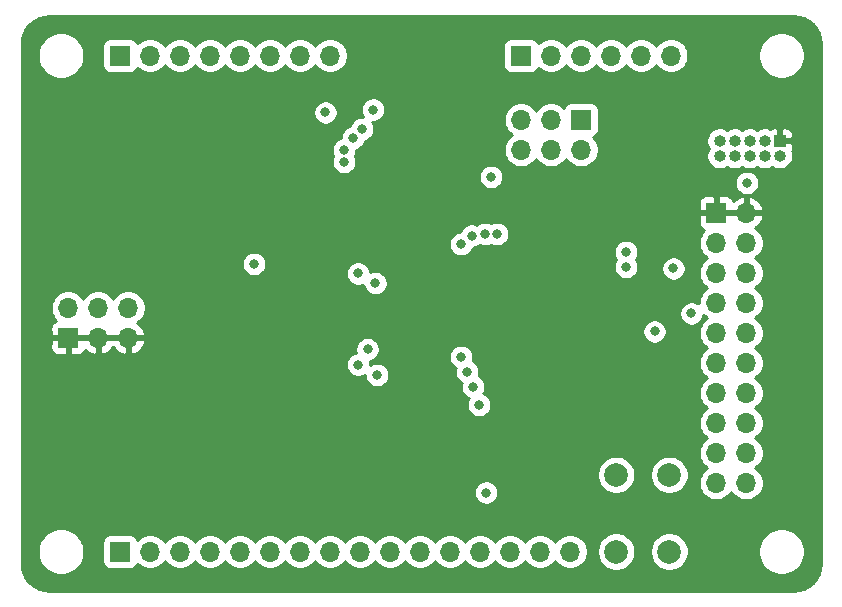
<source format=gbr>
G04 #@! TF.GenerationSoftware,KiCad,Pcbnew,5.1.10-88a1d61d58~90~ubuntu20.10.1*
G04 #@! TF.CreationDate,2021-08-22T18:34:23+02:00*
G04 #@! TF.ProjectId,STM32F030K6T6TR_Devel,53544d33-3246-4303-9330-4b3654365452,0.0.2*
G04 #@! TF.SameCoordinates,Original*
G04 #@! TF.FileFunction,Copper,L2,Inr*
G04 #@! TF.FilePolarity,Positive*
%FSLAX46Y46*%
G04 Gerber Fmt 4.6, Leading zero omitted, Abs format (unit mm)*
G04 Created by KiCad (PCBNEW 5.1.10-88a1d61d58~90~ubuntu20.10.1) date 2021-08-22 18:34:23*
%MOMM*%
%LPD*%
G01*
G04 APERTURE LIST*
G04 #@! TA.AperFunction,ComponentPad*
%ADD10O,1.700000X1.700000*%
G04 #@! TD*
G04 #@! TA.AperFunction,ComponentPad*
%ADD11R,1.700000X1.700000*%
G04 #@! TD*
G04 #@! TA.AperFunction,ComponentPad*
%ADD12O,1.000000X1.000000*%
G04 #@! TD*
G04 #@! TA.AperFunction,ComponentPad*
%ADD13R,1.000000X1.000000*%
G04 #@! TD*
G04 #@! TA.AperFunction,ComponentPad*
%ADD14C,2.000000*%
G04 #@! TD*
G04 #@! TA.AperFunction,ViaPad*
%ADD15C,0.800000*%
G04 #@! TD*
G04 #@! TA.AperFunction,Conductor*
%ADD16C,0.254000*%
G04 #@! TD*
G04 #@! TA.AperFunction,Conductor*
%ADD17C,0.100000*%
G04 #@! TD*
G04 APERTURE END LIST*
D10*
X109677400Y-95362000D03*
X109677400Y-97902000D03*
X107137400Y-95362000D03*
X107137400Y-97902000D03*
X104597400Y-95362000D03*
D11*
X104597400Y-97902000D03*
D10*
X142951400Y-81976200D03*
X142951400Y-79436200D03*
X145491400Y-81976200D03*
X145491400Y-79436200D03*
X148031400Y-81976200D03*
D11*
X148031400Y-79436200D03*
D10*
X155638700Y-74000000D03*
X153098700Y-74000000D03*
X150558700Y-74000000D03*
X148018700Y-74000000D03*
X145478700Y-74000000D03*
D11*
X142938700Y-74000000D03*
D10*
X126780000Y-74000000D03*
X124240000Y-74000000D03*
X121700000Y-74000000D03*
X119160000Y-74000000D03*
X116620000Y-74000000D03*
X114080000Y-74000000D03*
X111540000Y-74000000D03*
D11*
X109000000Y-74000000D03*
D12*
X159779000Y-82494000D03*
X159779000Y-81224000D03*
X161049000Y-82494000D03*
X161049000Y-81224000D03*
X162319000Y-82494000D03*
X162319000Y-81224000D03*
X163589000Y-82494000D03*
X163589000Y-81224000D03*
X164859000Y-82494000D03*
D13*
X164859000Y-81224000D03*
D10*
X162002000Y-110180000D03*
X159462000Y-110180000D03*
X162002000Y-107640000D03*
X159462000Y-107640000D03*
X162002000Y-105100000D03*
X159462000Y-105100000D03*
X162002000Y-102560000D03*
X159462000Y-102560000D03*
X162002000Y-100020000D03*
X159462000Y-100020000D03*
X162002000Y-97480000D03*
X159462000Y-97480000D03*
X162002000Y-94940000D03*
X159462000Y-94940000D03*
X162002000Y-92400000D03*
X159462000Y-92400000D03*
X162002000Y-89860000D03*
X159462000Y-89860000D03*
X162002000Y-87320000D03*
D11*
X159462000Y-87320000D03*
D10*
X147100000Y-116000000D03*
X144560000Y-116000000D03*
X142020000Y-116000000D03*
X139480000Y-116000000D03*
X136940000Y-116000000D03*
X134400000Y-116000000D03*
X131860000Y-116000000D03*
X129320000Y-116000000D03*
X126780000Y-116000000D03*
X124240000Y-116000000D03*
X121700000Y-116000000D03*
X119160000Y-116000000D03*
X116620000Y-116000000D03*
X114080000Y-116000000D03*
X111540000Y-116000000D03*
D11*
X109000000Y-116000000D03*
D14*
X151000000Y-109500000D03*
X155500000Y-109500000D03*
X151000000Y-116000000D03*
X155500000Y-116000000D03*
D15*
X148000000Y-97956000D03*
X146100000Y-105000000D03*
X145084000Y-105000000D03*
X104344000Y-103322000D03*
X123140000Y-81224000D03*
X114820900Y-77912200D03*
X120370800Y-88199200D03*
X132231835Y-98425952D03*
X130760000Y-101036000D03*
X126378000Y-78811000D03*
X162065000Y-84780000D03*
X157366000Y-95829000D03*
X128728000Y-80970000D03*
X137872000Y-99512000D03*
X137872000Y-89969009D03*
X127975000Y-83002000D03*
X127975000Y-81986000D03*
X129490000Y-80208000D03*
X154255000Y-97353000D03*
X140412000Y-84272000D03*
X130435840Y-78571897D03*
X139396000Y-103576000D03*
X140920000Y-89098000D03*
X138888000Y-102052000D03*
X139904000Y-89098000D03*
X151842000Y-91892000D03*
X151842000Y-90622000D03*
X138380000Y-100782000D03*
X138779999Y-89243999D03*
X129146500Y-92453700D03*
X130619700Y-93266500D03*
X129959300Y-98854500D03*
X129146500Y-100175300D03*
X120350661Y-91633341D03*
X140000000Y-111000000D03*
X155842000Y-92019000D03*
D16*
X166453893Y-70707670D02*
X166890498Y-70839489D01*
X167293185Y-71053600D01*
X167646612Y-71341848D01*
X167937327Y-71693261D01*
X168154242Y-72094439D01*
X168289106Y-72530113D01*
X168340000Y-73014344D01*
X168340001Y-116967711D01*
X168292330Y-117453894D01*
X168160512Y-117890497D01*
X167946399Y-118293186D01*
X167658150Y-118646613D01*
X167306739Y-118937327D01*
X166905564Y-119154240D01*
X166469886Y-119289106D01*
X165985664Y-119340000D01*
X103032279Y-119340000D01*
X102546106Y-119292330D01*
X102109503Y-119160512D01*
X101706814Y-118946399D01*
X101353387Y-118658150D01*
X101062673Y-118306739D01*
X100845760Y-117905564D01*
X100710894Y-117469886D01*
X100660000Y-116985664D01*
X100660000Y-115804495D01*
X102015000Y-115804495D01*
X102015000Y-116195505D01*
X102091282Y-116579003D01*
X102240915Y-116940250D01*
X102458149Y-117265364D01*
X102734636Y-117541851D01*
X103059750Y-117759085D01*
X103420997Y-117908718D01*
X103804495Y-117985000D01*
X104195505Y-117985000D01*
X104579003Y-117908718D01*
X104940250Y-117759085D01*
X105265364Y-117541851D01*
X105541851Y-117265364D01*
X105759085Y-116940250D01*
X105908718Y-116579003D01*
X105985000Y-116195505D01*
X105985000Y-115804495D01*
X105908718Y-115420997D01*
X105796468Y-115150000D01*
X107511928Y-115150000D01*
X107511928Y-116850000D01*
X107524188Y-116974482D01*
X107560498Y-117094180D01*
X107619463Y-117204494D01*
X107698815Y-117301185D01*
X107795506Y-117380537D01*
X107905820Y-117439502D01*
X108025518Y-117475812D01*
X108150000Y-117488072D01*
X109850000Y-117488072D01*
X109974482Y-117475812D01*
X110094180Y-117439502D01*
X110204494Y-117380537D01*
X110301185Y-117301185D01*
X110380537Y-117204494D01*
X110439502Y-117094180D01*
X110461513Y-117021620D01*
X110593368Y-117153475D01*
X110836589Y-117315990D01*
X111106842Y-117427932D01*
X111393740Y-117485000D01*
X111686260Y-117485000D01*
X111973158Y-117427932D01*
X112243411Y-117315990D01*
X112486632Y-117153475D01*
X112693475Y-116946632D01*
X112810000Y-116772240D01*
X112926525Y-116946632D01*
X113133368Y-117153475D01*
X113376589Y-117315990D01*
X113646842Y-117427932D01*
X113933740Y-117485000D01*
X114226260Y-117485000D01*
X114513158Y-117427932D01*
X114783411Y-117315990D01*
X115026632Y-117153475D01*
X115233475Y-116946632D01*
X115350000Y-116772240D01*
X115466525Y-116946632D01*
X115673368Y-117153475D01*
X115916589Y-117315990D01*
X116186842Y-117427932D01*
X116473740Y-117485000D01*
X116766260Y-117485000D01*
X117053158Y-117427932D01*
X117323411Y-117315990D01*
X117566632Y-117153475D01*
X117773475Y-116946632D01*
X117890000Y-116772240D01*
X118006525Y-116946632D01*
X118213368Y-117153475D01*
X118456589Y-117315990D01*
X118726842Y-117427932D01*
X119013740Y-117485000D01*
X119306260Y-117485000D01*
X119593158Y-117427932D01*
X119863411Y-117315990D01*
X120106632Y-117153475D01*
X120313475Y-116946632D01*
X120430000Y-116772240D01*
X120546525Y-116946632D01*
X120753368Y-117153475D01*
X120996589Y-117315990D01*
X121266842Y-117427932D01*
X121553740Y-117485000D01*
X121846260Y-117485000D01*
X122133158Y-117427932D01*
X122403411Y-117315990D01*
X122646632Y-117153475D01*
X122853475Y-116946632D01*
X122970000Y-116772240D01*
X123086525Y-116946632D01*
X123293368Y-117153475D01*
X123536589Y-117315990D01*
X123806842Y-117427932D01*
X124093740Y-117485000D01*
X124386260Y-117485000D01*
X124673158Y-117427932D01*
X124943411Y-117315990D01*
X125186632Y-117153475D01*
X125393475Y-116946632D01*
X125510000Y-116772240D01*
X125626525Y-116946632D01*
X125833368Y-117153475D01*
X126076589Y-117315990D01*
X126346842Y-117427932D01*
X126633740Y-117485000D01*
X126926260Y-117485000D01*
X127213158Y-117427932D01*
X127483411Y-117315990D01*
X127726632Y-117153475D01*
X127933475Y-116946632D01*
X128050000Y-116772240D01*
X128166525Y-116946632D01*
X128373368Y-117153475D01*
X128616589Y-117315990D01*
X128886842Y-117427932D01*
X129173740Y-117485000D01*
X129466260Y-117485000D01*
X129753158Y-117427932D01*
X130023411Y-117315990D01*
X130266632Y-117153475D01*
X130473475Y-116946632D01*
X130590000Y-116772240D01*
X130706525Y-116946632D01*
X130913368Y-117153475D01*
X131156589Y-117315990D01*
X131426842Y-117427932D01*
X131713740Y-117485000D01*
X132006260Y-117485000D01*
X132293158Y-117427932D01*
X132563411Y-117315990D01*
X132806632Y-117153475D01*
X133013475Y-116946632D01*
X133130000Y-116772240D01*
X133246525Y-116946632D01*
X133453368Y-117153475D01*
X133696589Y-117315990D01*
X133966842Y-117427932D01*
X134253740Y-117485000D01*
X134546260Y-117485000D01*
X134833158Y-117427932D01*
X135103411Y-117315990D01*
X135346632Y-117153475D01*
X135553475Y-116946632D01*
X135670000Y-116772240D01*
X135786525Y-116946632D01*
X135993368Y-117153475D01*
X136236589Y-117315990D01*
X136506842Y-117427932D01*
X136793740Y-117485000D01*
X137086260Y-117485000D01*
X137373158Y-117427932D01*
X137643411Y-117315990D01*
X137886632Y-117153475D01*
X138093475Y-116946632D01*
X138210000Y-116772240D01*
X138326525Y-116946632D01*
X138533368Y-117153475D01*
X138776589Y-117315990D01*
X139046842Y-117427932D01*
X139333740Y-117485000D01*
X139626260Y-117485000D01*
X139913158Y-117427932D01*
X140183411Y-117315990D01*
X140426632Y-117153475D01*
X140633475Y-116946632D01*
X140750000Y-116772240D01*
X140866525Y-116946632D01*
X141073368Y-117153475D01*
X141316589Y-117315990D01*
X141586842Y-117427932D01*
X141873740Y-117485000D01*
X142166260Y-117485000D01*
X142453158Y-117427932D01*
X142723411Y-117315990D01*
X142966632Y-117153475D01*
X143173475Y-116946632D01*
X143290000Y-116772240D01*
X143406525Y-116946632D01*
X143613368Y-117153475D01*
X143856589Y-117315990D01*
X144126842Y-117427932D01*
X144413740Y-117485000D01*
X144706260Y-117485000D01*
X144993158Y-117427932D01*
X145263411Y-117315990D01*
X145506632Y-117153475D01*
X145713475Y-116946632D01*
X145830000Y-116772240D01*
X145946525Y-116946632D01*
X146153368Y-117153475D01*
X146396589Y-117315990D01*
X146666842Y-117427932D01*
X146953740Y-117485000D01*
X147246260Y-117485000D01*
X147533158Y-117427932D01*
X147803411Y-117315990D01*
X148046632Y-117153475D01*
X148253475Y-116946632D01*
X148415990Y-116703411D01*
X148527932Y-116433158D01*
X148585000Y-116146260D01*
X148585000Y-115853740D01*
X148582062Y-115838967D01*
X149365000Y-115838967D01*
X149365000Y-116161033D01*
X149427832Y-116476912D01*
X149551082Y-116774463D01*
X149730013Y-117042252D01*
X149957748Y-117269987D01*
X150225537Y-117448918D01*
X150523088Y-117572168D01*
X150838967Y-117635000D01*
X151161033Y-117635000D01*
X151476912Y-117572168D01*
X151774463Y-117448918D01*
X152042252Y-117269987D01*
X152269987Y-117042252D01*
X152448918Y-116774463D01*
X152572168Y-116476912D01*
X152635000Y-116161033D01*
X152635000Y-115838967D01*
X153865000Y-115838967D01*
X153865000Y-116161033D01*
X153927832Y-116476912D01*
X154051082Y-116774463D01*
X154230013Y-117042252D01*
X154457748Y-117269987D01*
X154725537Y-117448918D01*
X155023088Y-117572168D01*
X155338967Y-117635000D01*
X155661033Y-117635000D01*
X155976912Y-117572168D01*
X156274463Y-117448918D01*
X156542252Y-117269987D01*
X156769987Y-117042252D01*
X156948918Y-116774463D01*
X157072168Y-116476912D01*
X157135000Y-116161033D01*
X157135000Y-115838967D01*
X157128144Y-115804495D01*
X163015000Y-115804495D01*
X163015000Y-116195505D01*
X163091282Y-116579003D01*
X163240915Y-116940250D01*
X163458149Y-117265364D01*
X163734636Y-117541851D01*
X164059750Y-117759085D01*
X164420997Y-117908718D01*
X164804495Y-117985000D01*
X165195505Y-117985000D01*
X165579003Y-117908718D01*
X165940250Y-117759085D01*
X166265364Y-117541851D01*
X166541851Y-117265364D01*
X166759085Y-116940250D01*
X166908718Y-116579003D01*
X166985000Y-116195505D01*
X166985000Y-115804495D01*
X166908718Y-115420997D01*
X166759085Y-115059750D01*
X166541851Y-114734636D01*
X166265364Y-114458149D01*
X165940250Y-114240915D01*
X165579003Y-114091282D01*
X165195505Y-114015000D01*
X164804495Y-114015000D01*
X164420997Y-114091282D01*
X164059750Y-114240915D01*
X163734636Y-114458149D01*
X163458149Y-114734636D01*
X163240915Y-115059750D01*
X163091282Y-115420997D01*
X163015000Y-115804495D01*
X157128144Y-115804495D01*
X157072168Y-115523088D01*
X156948918Y-115225537D01*
X156769987Y-114957748D01*
X156542252Y-114730013D01*
X156274463Y-114551082D01*
X155976912Y-114427832D01*
X155661033Y-114365000D01*
X155338967Y-114365000D01*
X155023088Y-114427832D01*
X154725537Y-114551082D01*
X154457748Y-114730013D01*
X154230013Y-114957748D01*
X154051082Y-115225537D01*
X153927832Y-115523088D01*
X153865000Y-115838967D01*
X152635000Y-115838967D01*
X152572168Y-115523088D01*
X152448918Y-115225537D01*
X152269987Y-114957748D01*
X152042252Y-114730013D01*
X151774463Y-114551082D01*
X151476912Y-114427832D01*
X151161033Y-114365000D01*
X150838967Y-114365000D01*
X150523088Y-114427832D01*
X150225537Y-114551082D01*
X149957748Y-114730013D01*
X149730013Y-114957748D01*
X149551082Y-115225537D01*
X149427832Y-115523088D01*
X149365000Y-115838967D01*
X148582062Y-115838967D01*
X148527932Y-115566842D01*
X148415990Y-115296589D01*
X148253475Y-115053368D01*
X148046632Y-114846525D01*
X147803411Y-114684010D01*
X147533158Y-114572068D01*
X147246260Y-114515000D01*
X146953740Y-114515000D01*
X146666842Y-114572068D01*
X146396589Y-114684010D01*
X146153368Y-114846525D01*
X145946525Y-115053368D01*
X145830000Y-115227760D01*
X145713475Y-115053368D01*
X145506632Y-114846525D01*
X145263411Y-114684010D01*
X144993158Y-114572068D01*
X144706260Y-114515000D01*
X144413740Y-114515000D01*
X144126842Y-114572068D01*
X143856589Y-114684010D01*
X143613368Y-114846525D01*
X143406525Y-115053368D01*
X143290000Y-115227760D01*
X143173475Y-115053368D01*
X142966632Y-114846525D01*
X142723411Y-114684010D01*
X142453158Y-114572068D01*
X142166260Y-114515000D01*
X141873740Y-114515000D01*
X141586842Y-114572068D01*
X141316589Y-114684010D01*
X141073368Y-114846525D01*
X140866525Y-115053368D01*
X140750000Y-115227760D01*
X140633475Y-115053368D01*
X140426632Y-114846525D01*
X140183411Y-114684010D01*
X139913158Y-114572068D01*
X139626260Y-114515000D01*
X139333740Y-114515000D01*
X139046842Y-114572068D01*
X138776589Y-114684010D01*
X138533368Y-114846525D01*
X138326525Y-115053368D01*
X138210000Y-115227760D01*
X138093475Y-115053368D01*
X137886632Y-114846525D01*
X137643411Y-114684010D01*
X137373158Y-114572068D01*
X137086260Y-114515000D01*
X136793740Y-114515000D01*
X136506842Y-114572068D01*
X136236589Y-114684010D01*
X135993368Y-114846525D01*
X135786525Y-115053368D01*
X135670000Y-115227760D01*
X135553475Y-115053368D01*
X135346632Y-114846525D01*
X135103411Y-114684010D01*
X134833158Y-114572068D01*
X134546260Y-114515000D01*
X134253740Y-114515000D01*
X133966842Y-114572068D01*
X133696589Y-114684010D01*
X133453368Y-114846525D01*
X133246525Y-115053368D01*
X133130000Y-115227760D01*
X133013475Y-115053368D01*
X132806632Y-114846525D01*
X132563411Y-114684010D01*
X132293158Y-114572068D01*
X132006260Y-114515000D01*
X131713740Y-114515000D01*
X131426842Y-114572068D01*
X131156589Y-114684010D01*
X130913368Y-114846525D01*
X130706525Y-115053368D01*
X130590000Y-115227760D01*
X130473475Y-115053368D01*
X130266632Y-114846525D01*
X130023411Y-114684010D01*
X129753158Y-114572068D01*
X129466260Y-114515000D01*
X129173740Y-114515000D01*
X128886842Y-114572068D01*
X128616589Y-114684010D01*
X128373368Y-114846525D01*
X128166525Y-115053368D01*
X128050000Y-115227760D01*
X127933475Y-115053368D01*
X127726632Y-114846525D01*
X127483411Y-114684010D01*
X127213158Y-114572068D01*
X126926260Y-114515000D01*
X126633740Y-114515000D01*
X126346842Y-114572068D01*
X126076589Y-114684010D01*
X125833368Y-114846525D01*
X125626525Y-115053368D01*
X125510000Y-115227760D01*
X125393475Y-115053368D01*
X125186632Y-114846525D01*
X124943411Y-114684010D01*
X124673158Y-114572068D01*
X124386260Y-114515000D01*
X124093740Y-114515000D01*
X123806842Y-114572068D01*
X123536589Y-114684010D01*
X123293368Y-114846525D01*
X123086525Y-115053368D01*
X122970000Y-115227760D01*
X122853475Y-115053368D01*
X122646632Y-114846525D01*
X122403411Y-114684010D01*
X122133158Y-114572068D01*
X121846260Y-114515000D01*
X121553740Y-114515000D01*
X121266842Y-114572068D01*
X120996589Y-114684010D01*
X120753368Y-114846525D01*
X120546525Y-115053368D01*
X120430000Y-115227760D01*
X120313475Y-115053368D01*
X120106632Y-114846525D01*
X119863411Y-114684010D01*
X119593158Y-114572068D01*
X119306260Y-114515000D01*
X119013740Y-114515000D01*
X118726842Y-114572068D01*
X118456589Y-114684010D01*
X118213368Y-114846525D01*
X118006525Y-115053368D01*
X117890000Y-115227760D01*
X117773475Y-115053368D01*
X117566632Y-114846525D01*
X117323411Y-114684010D01*
X117053158Y-114572068D01*
X116766260Y-114515000D01*
X116473740Y-114515000D01*
X116186842Y-114572068D01*
X115916589Y-114684010D01*
X115673368Y-114846525D01*
X115466525Y-115053368D01*
X115350000Y-115227760D01*
X115233475Y-115053368D01*
X115026632Y-114846525D01*
X114783411Y-114684010D01*
X114513158Y-114572068D01*
X114226260Y-114515000D01*
X113933740Y-114515000D01*
X113646842Y-114572068D01*
X113376589Y-114684010D01*
X113133368Y-114846525D01*
X112926525Y-115053368D01*
X112810000Y-115227760D01*
X112693475Y-115053368D01*
X112486632Y-114846525D01*
X112243411Y-114684010D01*
X111973158Y-114572068D01*
X111686260Y-114515000D01*
X111393740Y-114515000D01*
X111106842Y-114572068D01*
X110836589Y-114684010D01*
X110593368Y-114846525D01*
X110461513Y-114978380D01*
X110439502Y-114905820D01*
X110380537Y-114795506D01*
X110301185Y-114698815D01*
X110204494Y-114619463D01*
X110094180Y-114560498D01*
X109974482Y-114524188D01*
X109850000Y-114511928D01*
X108150000Y-114511928D01*
X108025518Y-114524188D01*
X107905820Y-114560498D01*
X107795506Y-114619463D01*
X107698815Y-114698815D01*
X107619463Y-114795506D01*
X107560498Y-114905820D01*
X107524188Y-115025518D01*
X107511928Y-115150000D01*
X105796468Y-115150000D01*
X105759085Y-115059750D01*
X105541851Y-114734636D01*
X105265364Y-114458149D01*
X104940250Y-114240915D01*
X104579003Y-114091282D01*
X104195505Y-114015000D01*
X103804495Y-114015000D01*
X103420997Y-114091282D01*
X103059750Y-114240915D01*
X102734636Y-114458149D01*
X102458149Y-114734636D01*
X102240915Y-115059750D01*
X102091282Y-115420997D01*
X102015000Y-115804495D01*
X100660000Y-115804495D01*
X100660000Y-110898061D01*
X138965000Y-110898061D01*
X138965000Y-111101939D01*
X139004774Y-111301898D01*
X139082795Y-111490256D01*
X139196063Y-111659774D01*
X139340226Y-111803937D01*
X139509744Y-111917205D01*
X139698102Y-111995226D01*
X139898061Y-112035000D01*
X140101939Y-112035000D01*
X140301898Y-111995226D01*
X140490256Y-111917205D01*
X140659774Y-111803937D01*
X140803937Y-111659774D01*
X140917205Y-111490256D01*
X140995226Y-111301898D01*
X141035000Y-111101939D01*
X141035000Y-110898061D01*
X140995226Y-110698102D01*
X140917205Y-110509744D01*
X140803937Y-110340226D01*
X140659774Y-110196063D01*
X140490256Y-110082795D01*
X140301898Y-110004774D01*
X140101939Y-109965000D01*
X139898061Y-109965000D01*
X139698102Y-110004774D01*
X139509744Y-110082795D01*
X139340226Y-110196063D01*
X139196063Y-110340226D01*
X139082795Y-110509744D01*
X139004774Y-110698102D01*
X138965000Y-110898061D01*
X100660000Y-110898061D01*
X100660000Y-109338967D01*
X149365000Y-109338967D01*
X149365000Y-109661033D01*
X149427832Y-109976912D01*
X149551082Y-110274463D01*
X149730013Y-110542252D01*
X149957748Y-110769987D01*
X150225537Y-110948918D01*
X150523088Y-111072168D01*
X150838967Y-111135000D01*
X151161033Y-111135000D01*
X151476912Y-111072168D01*
X151774463Y-110948918D01*
X152042252Y-110769987D01*
X152269987Y-110542252D01*
X152448918Y-110274463D01*
X152572168Y-109976912D01*
X152635000Y-109661033D01*
X152635000Y-109338967D01*
X153865000Y-109338967D01*
X153865000Y-109661033D01*
X153927832Y-109976912D01*
X154051082Y-110274463D01*
X154230013Y-110542252D01*
X154457748Y-110769987D01*
X154725537Y-110948918D01*
X155023088Y-111072168D01*
X155338967Y-111135000D01*
X155661033Y-111135000D01*
X155976912Y-111072168D01*
X156274463Y-110948918D01*
X156542252Y-110769987D01*
X156769987Y-110542252D01*
X156948918Y-110274463D01*
X157072168Y-109976912D01*
X157135000Y-109661033D01*
X157135000Y-109338967D01*
X157072168Y-109023088D01*
X156948918Y-108725537D01*
X156769987Y-108457748D01*
X156542252Y-108230013D01*
X156274463Y-108051082D01*
X155976912Y-107927832D01*
X155661033Y-107865000D01*
X155338967Y-107865000D01*
X155023088Y-107927832D01*
X154725537Y-108051082D01*
X154457748Y-108230013D01*
X154230013Y-108457748D01*
X154051082Y-108725537D01*
X153927832Y-109023088D01*
X153865000Y-109338967D01*
X152635000Y-109338967D01*
X152572168Y-109023088D01*
X152448918Y-108725537D01*
X152269987Y-108457748D01*
X152042252Y-108230013D01*
X151774463Y-108051082D01*
X151476912Y-107927832D01*
X151161033Y-107865000D01*
X150838967Y-107865000D01*
X150523088Y-107927832D01*
X150225537Y-108051082D01*
X149957748Y-108230013D01*
X149730013Y-108457748D01*
X149551082Y-108725537D01*
X149427832Y-109023088D01*
X149365000Y-109338967D01*
X100660000Y-109338967D01*
X100660000Y-100073361D01*
X128111500Y-100073361D01*
X128111500Y-100277239D01*
X128151274Y-100477198D01*
X128229295Y-100665556D01*
X128342563Y-100835074D01*
X128486726Y-100979237D01*
X128656244Y-101092505D01*
X128844602Y-101170526D01*
X129044561Y-101210300D01*
X129248439Y-101210300D01*
X129448398Y-101170526D01*
X129636756Y-101092505D01*
X129725000Y-101033542D01*
X129725000Y-101137939D01*
X129764774Y-101337898D01*
X129842795Y-101526256D01*
X129956063Y-101695774D01*
X130100226Y-101839937D01*
X130269744Y-101953205D01*
X130458102Y-102031226D01*
X130658061Y-102071000D01*
X130861939Y-102071000D01*
X131061898Y-102031226D01*
X131250256Y-101953205D01*
X131419774Y-101839937D01*
X131563937Y-101695774D01*
X131677205Y-101526256D01*
X131755226Y-101337898D01*
X131795000Y-101137939D01*
X131795000Y-100934061D01*
X131755226Y-100734102D01*
X131677205Y-100545744D01*
X131563937Y-100376226D01*
X131419774Y-100232063D01*
X131250256Y-100118795D01*
X131061898Y-100040774D01*
X130861939Y-100001000D01*
X130658061Y-100001000D01*
X130458102Y-100040774D01*
X130269744Y-100118795D01*
X130181500Y-100177758D01*
X130181500Y-100073361D01*
X130141743Y-99873487D01*
X130261198Y-99849726D01*
X130449556Y-99771705D01*
X130619074Y-99658437D01*
X130763237Y-99514274D01*
X130832869Y-99410061D01*
X136837000Y-99410061D01*
X136837000Y-99613939D01*
X136876774Y-99813898D01*
X136954795Y-100002256D01*
X137068063Y-100171774D01*
X137212226Y-100315937D01*
X137381744Y-100429205D01*
X137402325Y-100437730D01*
X137384774Y-100480102D01*
X137345000Y-100680061D01*
X137345000Y-100883939D01*
X137384774Y-101083898D01*
X137462795Y-101272256D01*
X137576063Y-101441774D01*
X137720226Y-101585937D01*
X137889744Y-101699205D01*
X137910325Y-101707730D01*
X137892774Y-101750102D01*
X137853000Y-101950061D01*
X137853000Y-102153939D01*
X137892774Y-102353898D01*
X137970795Y-102542256D01*
X138084063Y-102711774D01*
X138228226Y-102855937D01*
X138397744Y-102969205D01*
X138522214Y-103020763D01*
X138478795Y-103085744D01*
X138400774Y-103274102D01*
X138361000Y-103474061D01*
X138361000Y-103677939D01*
X138400774Y-103877898D01*
X138478795Y-104066256D01*
X138592063Y-104235774D01*
X138736226Y-104379937D01*
X138905744Y-104493205D01*
X139094102Y-104571226D01*
X139294061Y-104611000D01*
X139497939Y-104611000D01*
X139697898Y-104571226D01*
X139886256Y-104493205D01*
X140055774Y-104379937D01*
X140199937Y-104235774D01*
X140313205Y-104066256D01*
X140391226Y-103877898D01*
X140431000Y-103677939D01*
X140431000Y-103474061D01*
X140391226Y-103274102D01*
X140313205Y-103085744D01*
X140199937Y-102916226D01*
X140055774Y-102772063D01*
X139886256Y-102658795D01*
X139761786Y-102607237D01*
X139805205Y-102542256D01*
X139883226Y-102353898D01*
X139923000Y-102153939D01*
X139923000Y-101950061D01*
X139883226Y-101750102D01*
X139805205Y-101561744D01*
X139691937Y-101392226D01*
X139547774Y-101248063D01*
X139378256Y-101134795D01*
X139357675Y-101126270D01*
X139375226Y-101083898D01*
X139415000Y-100883939D01*
X139415000Y-100680061D01*
X139375226Y-100480102D01*
X139297205Y-100291744D01*
X139183937Y-100122226D01*
X139039774Y-99978063D01*
X138870256Y-99864795D01*
X138849675Y-99856270D01*
X138867226Y-99813898D01*
X138907000Y-99613939D01*
X138907000Y-99410061D01*
X138867226Y-99210102D01*
X138789205Y-99021744D01*
X138675937Y-98852226D01*
X138531774Y-98708063D01*
X138362256Y-98594795D01*
X138173898Y-98516774D01*
X137973939Y-98477000D01*
X137770061Y-98477000D01*
X137570102Y-98516774D01*
X137381744Y-98594795D01*
X137212226Y-98708063D01*
X137068063Y-98852226D01*
X136954795Y-99021744D01*
X136876774Y-99210102D01*
X136837000Y-99410061D01*
X130832869Y-99410061D01*
X130876505Y-99344756D01*
X130954526Y-99156398D01*
X130994300Y-98956439D01*
X130994300Y-98752561D01*
X130954526Y-98552602D01*
X130876505Y-98364244D01*
X130763237Y-98194726D01*
X130619074Y-98050563D01*
X130449556Y-97937295D01*
X130261198Y-97859274D01*
X130061239Y-97819500D01*
X129857361Y-97819500D01*
X129657402Y-97859274D01*
X129469044Y-97937295D01*
X129299526Y-98050563D01*
X129155363Y-98194726D01*
X129042095Y-98364244D01*
X128964074Y-98552602D01*
X128924300Y-98752561D01*
X128924300Y-98956439D01*
X128964057Y-99156313D01*
X128844602Y-99180074D01*
X128656244Y-99258095D01*
X128486726Y-99371363D01*
X128342563Y-99515526D01*
X128229295Y-99685044D01*
X128151274Y-99873402D01*
X128111500Y-100073361D01*
X100660000Y-100073361D01*
X100660000Y-98752000D01*
X103109328Y-98752000D01*
X103121588Y-98876482D01*
X103157898Y-98996180D01*
X103216863Y-99106494D01*
X103296215Y-99203185D01*
X103392906Y-99282537D01*
X103503220Y-99341502D01*
X103622918Y-99377812D01*
X103747400Y-99390072D01*
X104311650Y-99387000D01*
X104470400Y-99228250D01*
X104470400Y-98029000D01*
X104724400Y-98029000D01*
X104724400Y-99228250D01*
X104883150Y-99387000D01*
X105447400Y-99390072D01*
X105571882Y-99377812D01*
X105691580Y-99341502D01*
X105801894Y-99282537D01*
X105898585Y-99203185D01*
X105977937Y-99106494D01*
X106036902Y-98996180D01*
X106061366Y-98915534D01*
X106137131Y-98999588D01*
X106370480Y-99173641D01*
X106633301Y-99298825D01*
X106780510Y-99343476D01*
X107010400Y-99222155D01*
X107010400Y-98029000D01*
X107264400Y-98029000D01*
X107264400Y-99222155D01*
X107494290Y-99343476D01*
X107641499Y-99298825D01*
X107904320Y-99173641D01*
X108137669Y-98999588D01*
X108332578Y-98783355D01*
X108407400Y-98657745D01*
X108482222Y-98783355D01*
X108677131Y-98999588D01*
X108910480Y-99173641D01*
X109173301Y-99298825D01*
X109320510Y-99343476D01*
X109550400Y-99222155D01*
X109550400Y-98029000D01*
X109804400Y-98029000D01*
X109804400Y-99222155D01*
X110034290Y-99343476D01*
X110181499Y-99298825D01*
X110444320Y-99173641D01*
X110677669Y-98999588D01*
X110872578Y-98783355D01*
X111021557Y-98533252D01*
X111118881Y-98258891D01*
X110998214Y-98029000D01*
X109804400Y-98029000D01*
X109550400Y-98029000D01*
X107264400Y-98029000D01*
X107010400Y-98029000D01*
X104724400Y-98029000D01*
X104470400Y-98029000D01*
X103271150Y-98029000D01*
X103112400Y-98187750D01*
X103109328Y-98752000D01*
X100660000Y-98752000D01*
X100660000Y-97052000D01*
X103109328Y-97052000D01*
X103112400Y-97616250D01*
X103271150Y-97775000D01*
X104470400Y-97775000D01*
X104470400Y-97755000D01*
X104724400Y-97755000D01*
X104724400Y-97775000D01*
X107010400Y-97775000D01*
X107010400Y-97755000D01*
X107264400Y-97755000D01*
X107264400Y-97775000D01*
X109550400Y-97775000D01*
X109550400Y-97755000D01*
X109804400Y-97755000D01*
X109804400Y-97775000D01*
X110998214Y-97775000D01*
X111118881Y-97545109D01*
X111021557Y-97270748D01*
X111009831Y-97251061D01*
X153220000Y-97251061D01*
X153220000Y-97454939D01*
X153259774Y-97654898D01*
X153337795Y-97843256D01*
X153451063Y-98012774D01*
X153595226Y-98156937D01*
X153764744Y-98270205D01*
X153953102Y-98348226D01*
X154153061Y-98388000D01*
X154356939Y-98388000D01*
X154556898Y-98348226D01*
X154745256Y-98270205D01*
X154914774Y-98156937D01*
X155058937Y-98012774D01*
X155172205Y-97843256D01*
X155250226Y-97654898D01*
X155290000Y-97454939D01*
X155290000Y-97251061D01*
X155250226Y-97051102D01*
X155172205Y-96862744D01*
X155058937Y-96693226D01*
X154914774Y-96549063D01*
X154745256Y-96435795D01*
X154556898Y-96357774D01*
X154356939Y-96318000D01*
X154153061Y-96318000D01*
X153953102Y-96357774D01*
X153764744Y-96435795D01*
X153595226Y-96549063D01*
X153451063Y-96693226D01*
X153337795Y-96862744D01*
X153259774Y-97051102D01*
X153220000Y-97251061D01*
X111009831Y-97251061D01*
X110872578Y-97020645D01*
X110677669Y-96804412D01*
X110447994Y-96633100D01*
X110624032Y-96515475D01*
X110830875Y-96308632D01*
X110993390Y-96065411D01*
X111105332Y-95795158D01*
X111118877Y-95727061D01*
X156331000Y-95727061D01*
X156331000Y-95930939D01*
X156370774Y-96130898D01*
X156448795Y-96319256D01*
X156562063Y-96488774D01*
X156706226Y-96632937D01*
X156875744Y-96746205D01*
X157064102Y-96824226D01*
X157264061Y-96864000D01*
X157467939Y-96864000D01*
X157667898Y-96824226D01*
X157856256Y-96746205D01*
X158025774Y-96632937D01*
X158169937Y-96488774D01*
X158283205Y-96319256D01*
X158361226Y-96130898D01*
X158393008Y-95971115D01*
X158515368Y-96093475D01*
X158689760Y-96210000D01*
X158515368Y-96326525D01*
X158308525Y-96533368D01*
X158146010Y-96776589D01*
X158034068Y-97046842D01*
X157977000Y-97333740D01*
X157977000Y-97626260D01*
X158034068Y-97913158D01*
X158146010Y-98183411D01*
X158308525Y-98426632D01*
X158515368Y-98633475D01*
X158689760Y-98750000D01*
X158515368Y-98866525D01*
X158308525Y-99073368D01*
X158146010Y-99316589D01*
X158034068Y-99586842D01*
X157977000Y-99873740D01*
X157977000Y-100166260D01*
X158034068Y-100453158D01*
X158146010Y-100723411D01*
X158308525Y-100966632D01*
X158515368Y-101173475D01*
X158689760Y-101290000D01*
X158515368Y-101406525D01*
X158308525Y-101613368D01*
X158146010Y-101856589D01*
X158034068Y-102126842D01*
X157977000Y-102413740D01*
X157977000Y-102706260D01*
X158034068Y-102993158D01*
X158146010Y-103263411D01*
X158308525Y-103506632D01*
X158515368Y-103713475D01*
X158689760Y-103830000D01*
X158515368Y-103946525D01*
X158308525Y-104153368D01*
X158146010Y-104396589D01*
X158034068Y-104666842D01*
X157977000Y-104953740D01*
X157977000Y-105246260D01*
X158034068Y-105533158D01*
X158146010Y-105803411D01*
X158308525Y-106046632D01*
X158515368Y-106253475D01*
X158689760Y-106370000D01*
X158515368Y-106486525D01*
X158308525Y-106693368D01*
X158146010Y-106936589D01*
X158034068Y-107206842D01*
X157977000Y-107493740D01*
X157977000Y-107786260D01*
X158034068Y-108073158D01*
X158146010Y-108343411D01*
X158308525Y-108586632D01*
X158515368Y-108793475D01*
X158689760Y-108910000D01*
X158515368Y-109026525D01*
X158308525Y-109233368D01*
X158146010Y-109476589D01*
X158034068Y-109746842D01*
X157977000Y-110033740D01*
X157977000Y-110326260D01*
X158034068Y-110613158D01*
X158146010Y-110883411D01*
X158308525Y-111126632D01*
X158515368Y-111333475D01*
X158758589Y-111495990D01*
X159028842Y-111607932D01*
X159315740Y-111665000D01*
X159608260Y-111665000D01*
X159895158Y-111607932D01*
X160165411Y-111495990D01*
X160408632Y-111333475D01*
X160615475Y-111126632D01*
X160732000Y-110952240D01*
X160848525Y-111126632D01*
X161055368Y-111333475D01*
X161298589Y-111495990D01*
X161568842Y-111607932D01*
X161855740Y-111665000D01*
X162148260Y-111665000D01*
X162435158Y-111607932D01*
X162705411Y-111495990D01*
X162948632Y-111333475D01*
X163155475Y-111126632D01*
X163317990Y-110883411D01*
X163429932Y-110613158D01*
X163487000Y-110326260D01*
X163487000Y-110033740D01*
X163429932Y-109746842D01*
X163317990Y-109476589D01*
X163155475Y-109233368D01*
X162948632Y-109026525D01*
X162774240Y-108910000D01*
X162948632Y-108793475D01*
X163155475Y-108586632D01*
X163317990Y-108343411D01*
X163429932Y-108073158D01*
X163487000Y-107786260D01*
X163487000Y-107493740D01*
X163429932Y-107206842D01*
X163317990Y-106936589D01*
X163155475Y-106693368D01*
X162948632Y-106486525D01*
X162774240Y-106370000D01*
X162948632Y-106253475D01*
X163155475Y-106046632D01*
X163317990Y-105803411D01*
X163429932Y-105533158D01*
X163487000Y-105246260D01*
X163487000Y-104953740D01*
X163429932Y-104666842D01*
X163317990Y-104396589D01*
X163155475Y-104153368D01*
X162948632Y-103946525D01*
X162774240Y-103830000D01*
X162948632Y-103713475D01*
X163155475Y-103506632D01*
X163317990Y-103263411D01*
X163429932Y-102993158D01*
X163487000Y-102706260D01*
X163487000Y-102413740D01*
X163429932Y-102126842D01*
X163317990Y-101856589D01*
X163155475Y-101613368D01*
X162948632Y-101406525D01*
X162774240Y-101290000D01*
X162948632Y-101173475D01*
X163155475Y-100966632D01*
X163317990Y-100723411D01*
X163429932Y-100453158D01*
X163487000Y-100166260D01*
X163487000Y-99873740D01*
X163429932Y-99586842D01*
X163317990Y-99316589D01*
X163155475Y-99073368D01*
X162948632Y-98866525D01*
X162774240Y-98750000D01*
X162948632Y-98633475D01*
X163155475Y-98426632D01*
X163317990Y-98183411D01*
X163429932Y-97913158D01*
X163487000Y-97626260D01*
X163487000Y-97333740D01*
X163429932Y-97046842D01*
X163317990Y-96776589D01*
X163155475Y-96533368D01*
X162948632Y-96326525D01*
X162774240Y-96210000D01*
X162948632Y-96093475D01*
X163155475Y-95886632D01*
X163317990Y-95643411D01*
X163429932Y-95373158D01*
X163487000Y-95086260D01*
X163487000Y-94793740D01*
X163429932Y-94506842D01*
X163317990Y-94236589D01*
X163155475Y-93993368D01*
X162948632Y-93786525D01*
X162774240Y-93670000D01*
X162948632Y-93553475D01*
X163155475Y-93346632D01*
X163317990Y-93103411D01*
X163429932Y-92833158D01*
X163487000Y-92546260D01*
X163487000Y-92253740D01*
X163429932Y-91966842D01*
X163317990Y-91696589D01*
X163155475Y-91453368D01*
X162948632Y-91246525D01*
X162774240Y-91130000D01*
X162948632Y-91013475D01*
X163155475Y-90806632D01*
X163317990Y-90563411D01*
X163429932Y-90293158D01*
X163487000Y-90006260D01*
X163487000Y-89713740D01*
X163429932Y-89426842D01*
X163317990Y-89156589D01*
X163155475Y-88913368D01*
X162948632Y-88706525D01*
X162766466Y-88584805D01*
X162883355Y-88515178D01*
X163099588Y-88320269D01*
X163273641Y-88086920D01*
X163398825Y-87824099D01*
X163443476Y-87676890D01*
X163322155Y-87447000D01*
X162129000Y-87447000D01*
X162129000Y-87467000D01*
X161875000Y-87467000D01*
X161875000Y-87447000D01*
X159589000Y-87447000D01*
X159589000Y-87467000D01*
X159335000Y-87467000D01*
X159335000Y-87447000D01*
X158135750Y-87447000D01*
X157977000Y-87605750D01*
X157973928Y-88170000D01*
X157986188Y-88294482D01*
X158022498Y-88414180D01*
X158081463Y-88524494D01*
X158160815Y-88621185D01*
X158257506Y-88700537D01*
X158367820Y-88759502D01*
X158440380Y-88781513D01*
X158308525Y-88913368D01*
X158146010Y-89156589D01*
X158034068Y-89426842D01*
X157977000Y-89713740D01*
X157977000Y-90006260D01*
X158034068Y-90293158D01*
X158146010Y-90563411D01*
X158308525Y-90806632D01*
X158515368Y-91013475D01*
X158689760Y-91130000D01*
X158515368Y-91246525D01*
X158308525Y-91453368D01*
X158146010Y-91696589D01*
X158034068Y-91966842D01*
X157977000Y-92253740D01*
X157977000Y-92546260D01*
X158034068Y-92833158D01*
X158146010Y-93103411D01*
X158308525Y-93346632D01*
X158515368Y-93553475D01*
X158689760Y-93670000D01*
X158515368Y-93786525D01*
X158308525Y-93993368D01*
X158146010Y-94236589D01*
X158034068Y-94506842D01*
X157977000Y-94793740D01*
X157977000Y-94992473D01*
X157856256Y-94911795D01*
X157667898Y-94833774D01*
X157467939Y-94794000D01*
X157264061Y-94794000D01*
X157064102Y-94833774D01*
X156875744Y-94911795D01*
X156706226Y-95025063D01*
X156562063Y-95169226D01*
X156448795Y-95338744D01*
X156370774Y-95527102D01*
X156331000Y-95727061D01*
X111118877Y-95727061D01*
X111162400Y-95508260D01*
X111162400Y-95215740D01*
X111105332Y-94928842D01*
X110993390Y-94658589D01*
X110830875Y-94415368D01*
X110624032Y-94208525D01*
X110380811Y-94046010D01*
X110110558Y-93934068D01*
X109823660Y-93877000D01*
X109531140Y-93877000D01*
X109244242Y-93934068D01*
X108973989Y-94046010D01*
X108730768Y-94208525D01*
X108523925Y-94415368D01*
X108407400Y-94589760D01*
X108290875Y-94415368D01*
X108084032Y-94208525D01*
X107840811Y-94046010D01*
X107570558Y-93934068D01*
X107283660Y-93877000D01*
X106991140Y-93877000D01*
X106704242Y-93934068D01*
X106433989Y-94046010D01*
X106190768Y-94208525D01*
X105983925Y-94415368D01*
X105867400Y-94589760D01*
X105750875Y-94415368D01*
X105544032Y-94208525D01*
X105300811Y-94046010D01*
X105030558Y-93934068D01*
X104743660Y-93877000D01*
X104451140Y-93877000D01*
X104164242Y-93934068D01*
X103893989Y-94046010D01*
X103650768Y-94208525D01*
X103443925Y-94415368D01*
X103281410Y-94658589D01*
X103169468Y-94928842D01*
X103112400Y-95215740D01*
X103112400Y-95508260D01*
X103169468Y-95795158D01*
X103281410Y-96065411D01*
X103443925Y-96308632D01*
X103575780Y-96440487D01*
X103503220Y-96462498D01*
X103392906Y-96521463D01*
X103296215Y-96600815D01*
X103216863Y-96697506D01*
X103157898Y-96807820D01*
X103121588Y-96927518D01*
X103109328Y-97052000D01*
X100660000Y-97052000D01*
X100660000Y-91531402D01*
X119315661Y-91531402D01*
X119315661Y-91735280D01*
X119355435Y-91935239D01*
X119433456Y-92123597D01*
X119546724Y-92293115D01*
X119690887Y-92437278D01*
X119860405Y-92550546D01*
X120048763Y-92628567D01*
X120248722Y-92668341D01*
X120452600Y-92668341D01*
X120652559Y-92628567D01*
X120840917Y-92550546D01*
X121010435Y-92437278D01*
X121095952Y-92351761D01*
X128111500Y-92351761D01*
X128111500Y-92555639D01*
X128151274Y-92755598D01*
X128229295Y-92943956D01*
X128342563Y-93113474D01*
X128486726Y-93257637D01*
X128656244Y-93370905D01*
X128844602Y-93448926D01*
X129044561Y-93488700D01*
X129248439Y-93488700D01*
X129448398Y-93448926D01*
X129589116Y-93390638D01*
X129624474Y-93568398D01*
X129702495Y-93756756D01*
X129815763Y-93926274D01*
X129959926Y-94070437D01*
X130129444Y-94183705D01*
X130317802Y-94261726D01*
X130517761Y-94301500D01*
X130721639Y-94301500D01*
X130921598Y-94261726D01*
X131109956Y-94183705D01*
X131279474Y-94070437D01*
X131423637Y-93926274D01*
X131536905Y-93756756D01*
X131614926Y-93568398D01*
X131654700Y-93368439D01*
X131654700Y-93164561D01*
X131614926Y-92964602D01*
X131536905Y-92776244D01*
X131423637Y-92606726D01*
X131279474Y-92462563D01*
X131109956Y-92349295D01*
X130921598Y-92271274D01*
X130721639Y-92231500D01*
X130517761Y-92231500D01*
X130317802Y-92271274D01*
X130177084Y-92329562D01*
X130141726Y-92151802D01*
X130063705Y-91963444D01*
X129950437Y-91793926D01*
X129806274Y-91649763D01*
X129636756Y-91536495D01*
X129448398Y-91458474D01*
X129248439Y-91418700D01*
X129044561Y-91418700D01*
X128844602Y-91458474D01*
X128656244Y-91536495D01*
X128486726Y-91649763D01*
X128342563Y-91793926D01*
X128229295Y-91963444D01*
X128151274Y-92151802D01*
X128111500Y-92351761D01*
X121095952Y-92351761D01*
X121154598Y-92293115D01*
X121267866Y-92123597D01*
X121345887Y-91935239D01*
X121385661Y-91735280D01*
X121385661Y-91531402D01*
X121345887Y-91331443D01*
X121267866Y-91143085D01*
X121154598Y-90973567D01*
X121010435Y-90829404D01*
X120840917Y-90716136D01*
X120652559Y-90638115D01*
X120452600Y-90598341D01*
X120248722Y-90598341D01*
X120048763Y-90638115D01*
X119860405Y-90716136D01*
X119690887Y-90829404D01*
X119546724Y-90973567D01*
X119433456Y-91143085D01*
X119355435Y-91331443D01*
X119315661Y-91531402D01*
X100660000Y-91531402D01*
X100660000Y-89867070D01*
X136837000Y-89867070D01*
X136837000Y-90070948D01*
X136876774Y-90270907D01*
X136954795Y-90459265D01*
X137068063Y-90628783D01*
X137212226Y-90772946D01*
X137381744Y-90886214D01*
X137570102Y-90964235D01*
X137770061Y-91004009D01*
X137973939Y-91004009D01*
X138173898Y-90964235D01*
X138362256Y-90886214D01*
X138531774Y-90772946D01*
X138675937Y-90628783D01*
X138748582Y-90520061D01*
X150807000Y-90520061D01*
X150807000Y-90723939D01*
X150846774Y-90923898D01*
X150924795Y-91112256D01*
X151021510Y-91257000D01*
X150924795Y-91401744D01*
X150846774Y-91590102D01*
X150807000Y-91790061D01*
X150807000Y-91993939D01*
X150846774Y-92193898D01*
X150924795Y-92382256D01*
X151038063Y-92551774D01*
X151182226Y-92695937D01*
X151351744Y-92809205D01*
X151540102Y-92887226D01*
X151740061Y-92927000D01*
X151943939Y-92927000D01*
X152143898Y-92887226D01*
X152332256Y-92809205D01*
X152501774Y-92695937D01*
X152645937Y-92551774D01*
X152759205Y-92382256D01*
X152837226Y-92193898D01*
X152877000Y-91993939D01*
X152877000Y-91917061D01*
X154807000Y-91917061D01*
X154807000Y-92120939D01*
X154846774Y-92320898D01*
X154924795Y-92509256D01*
X155038063Y-92678774D01*
X155182226Y-92822937D01*
X155351744Y-92936205D01*
X155540102Y-93014226D01*
X155740061Y-93054000D01*
X155943939Y-93054000D01*
X156143898Y-93014226D01*
X156332256Y-92936205D01*
X156501774Y-92822937D01*
X156645937Y-92678774D01*
X156759205Y-92509256D01*
X156837226Y-92320898D01*
X156877000Y-92120939D01*
X156877000Y-91917061D01*
X156837226Y-91717102D01*
X156759205Y-91528744D01*
X156645937Y-91359226D01*
X156501774Y-91215063D01*
X156332256Y-91101795D01*
X156143898Y-91023774D01*
X155943939Y-90984000D01*
X155740061Y-90984000D01*
X155540102Y-91023774D01*
X155351744Y-91101795D01*
X155182226Y-91215063D01*
X155038063Y-91359226D01*
X154924795Y-91528744D01*
X154846774Y-91717102D01*
X154807000Y-91917061D01*
X152877000Y-91917061D01*
X152877000Y-91790061D01*
X152837226Y-91590102D01*
X152759205Y-91401744D01*
X152662490Y-91257000D01*
X152759205Y-91112256D01*
X152837226Y-90923898D01*
X152877000Y-90723939D01*
X152877000Y-90520061D01*
X152837226Y-90320102D01*
X152759205Y-90131744D01*
X152645937Y-89962226D01*
X152501774Y-89818063D01*
X152332256Y-89704795D01*
X152143898Y-89626774D01*
X151943939Y-89587000D01*
X151740061Y-89587000D01*
X151540102Y-89626774D01*
X151351744Y-89704795D01*
X151182226Y-89818063D01*
X151038063Y-89962226D01*
X150924795Y-90131744D01*
X150846774Y-90320102D01*
X150807000Y-90520061D01*
X138748582Y-90520061D01*
X138789205Y-90459265D01*
X138863874Y-90278999D01*
X138881938Y-90278999D01*
X139081897Y-90239225D01*
X139270255Y-90161204D01*
X139439773Y-90047936D01*
X139455294Y-90032415D01*
X139602102Y-90093226D01*
X139802061Y-90133000D01*
X140005939Y-90133000D01*
X140205898Y-90093226D01*
X140394256Y-90015205D01*
X140412000Y-90003349D01*
X140429744Y-90015205D01*
X140618102Y-90093226D01*
X140818061Y-90133000D01*
X141021939Y-90133000D01*
X141221898Y-90093226D01*
X141410256Y-90015205D01*
X141579774Y-89901937D01*
X141723937Y-89757774D01*
X141837205Y-89588256D01*
X141915226Y-89399898D01*
X141955000Y-89199939D01*
X141955000Y-88996061D01*
X141915226Y-88796102D01*
X141837205Y-88607744D01*
X141723937Y-88438226D01*
X141579774Y-88294063D01*
X141410256Y-88180795D01*
X141221898Y-88102774D01*
X141021939Y-88063000D01*
X140818061Y-88063000D01*
X140618102Y-88102774D01*
X140429744Y-88180795D01*
X140412000Y-88192651D01*
X140394256Y-88180795D01*
X140205898Y-88102774D01*
X140005939Y-88063000D01*
X139802061Y-88063000D01*
X139602102Y-88102774D01*
X139413744Y-88180795D01*
X139244226Y-88294063D01*
X139228705Y-88309584D01*
X139081897Y-88248773D01*
X138881938Y-88208999D01*
X138678060Y-88208999D01*
X138478101Y-88248773D01*
X138289743Y-88326794D01*
X138120225Y-88440062D01*
X137976062Y-88584225D01*
X137862794Y-88753743D01*
X137788125Y-88934009D01*
X137770061Y-88934009D01*
X137570102Y-88973783D01*
X137381744Y-89051804D01*
X137212226Y-89165072D01*
X137068063Y-89309235D01*
X136954795Y-89478753D01*
X136876774Y-89667111D01*
X136837000Y-89867070D01*
X100660000Y-89867070D01*
X100660000Y-86470000D01*
X157973928Y-86470000D01*
X157977000Y-87034250D01*
X158135750Y-87193000D01*
X159335000Y-87193000D01*
X159335000Y-85993750D01*
X159589000Y-85993750D01*
X159589000Y-87193000D01*
X161875000Y-87193000D01*
X161875000Y-85999186D01*
X162129000Y-85999186D01*
X162129000Y-87193000D01*
X163322155Y-87193000D01*
X163443476Y-86963110D01*
X163398825Y-86815901D01*
X163273641Y-86553080D01*
X163099588Y-86319731D01*
X162883355Y-86124822D01*
X162633252Y-85975843D01*
X162358891Y-85878519D01*
X162129000Y-85999186D01*
X161875000Y-85999186D01*
X161645109Y-85878519D01*
X161370748Y-85975843D01*
X161120645Y-86124822D01*
X160924498Y-86301626D01*
X160901502Y-86225820D01*
X160842537Y-86115506D01*
X160763185Y-86018815D01*
X160666494Y-85939463D01*
X160556180Y-85880498D01*
X160436482Y-85844188D01*
X160312000Y-85831928D01*
X159747750Y-85835000D01*
X159589000Y-85993750D01*
X159335000Y-85993750D01*
X159176250Y-85835000D01*
X158612000Y-85831928D01*
X158487518Y-85844188D01*
X158367820Y-85880498D01*
X158257506Y-85939463D01*
X158160815Y-86018815D01*
X158081463Y-86115506D01*
X158022498Y-86225820D01*
X157986188Y-86345518D01*
X157973928Y-86470000D01*
X100660000Y-86470000D01*
X100660000Y-84170061D01*
X139377000Y-84170061D01*
X139377000Y-84373939D01*
X139416774Y-84573898D01*
X139494795Y-84762256D01*
X139608063Y-84931774D01*
X139752226Y-85075937D01*
X139921744Y-85189205D01*
X140110102Y-85267226D01*
X140310061Y-85307000D01*
X140513939Y-85307000D01*
X140713898Y-85267226D01*
X140902256Y-85189205D01*
X141071774Y-85075937D01*
X141215937Y-84931774D01*
X141329205Y-84762256D01*
X141364079Y-84678061D01*
X161030000Y-84678061D01*
X161030000Y-84881939D01*
X161069774Y-85081898D01*
X161147795Y-85270256D01*
X161261063Y-85439774D01*
X161405226Y-85583937D01*
X161574744Y-85697205D01*
X161763102Y-85775226D01*
X161963061Y-85815000D01*
X162166939Y-85815000D01*
X162366898Y-85775226D01*
X162555256Y-85697205D01*
X162724774Y-85583937D01*
X162868937Y-85439774D01*
X162982205Y-85270256D01*
X163060226Y-85081898D01*
X163100000Y-84881939D01*
X163100000Y-84678061D01*
X163060226Y-84478102D01*
X162982205Y-84289744D01*
X162868937Y-84120226D01*
X162724774Y-83976063D01*
X162555256Y-83862795D01*
X162366898Y-83784774D01*
X162166939Y-83745000D01*
X161963061Y-83745000D01*
X161763102Y-83784774D01*
X161574744Y-83862795D01*
X161405226Y-83976063D01*
X161261063Y-84120226D01*
X161147795Y-84289744D01*
X161069774Y-84478102D01*
X161030000Y-84678061D01*
X141364079Y-84678061D01*
X141407226Y-84573898D01*
X141447000Y-84373939D01*
X141447000Y-84170061D01*
X141407226Y-83970102D01*
X141329205Y-83781744D01*
X141215937Y-83612226D01*
X141071774Y-83468063D01*
X140902256Y-83354795D01*
X140713898Y-83276774D01*
X140513939Y-83237000D01*
X140310061Y-83237000D01*
X140110102Y-83276774D01*
X139921744Y-83354795D01*
X139752226Y-83468063D01*
X139608063Y-83612226D01*
X139494795Y-83781744D01*
X139416774Y-83970102D01*
X139377000Y-84170061D01*
X100660000Y-84170061D01*
X100660000Y-81884061D01*
X126940000Y-81884061D01*
X126940000Y-82087939D01*
X126979774Y-82287898D01*
X127057795Y-82476256D01*
X127069651Y-82494000D01*
X127057795Y-82511744D01*
X126979774Y-82700102D01*
X126940000Y-82900061D01*
X126940000Y-83103939D01*
X126979774Y-83303898D01*
X127057795Y-83492256D01*
X127171063Y-83661774D01*
X127315226Y-83805937D01*
X127484744Y-83919205D01*
X127673102Y-83997226D01*
X127873061Y-84037000D01*
X128076939Y-84037000D01*
X128276898Y-83997226D01*
X128465256Y-83919205D01*
X128634774Y-83805937D01*
X128778937Y-83661774D01*
X128892205Y-83492256D01*
X128970226Y-83303898D01*
X129010000Y-83103939D01*
X129010000Y-82900061D01*
X128970226Y-82700102D01*
X128892205Y-82511744D01*
X128880349Y-82494000D01*
X128892205Y-82476256D01*
X128970226Y-82287898D01*
X129010000Y-82087939D01*
X129010000Y-81969184D01*
X129029898Y-81965226D01*
X129218256Y-81887205D01*
X129387774Y-81773937D01*
X129531937Y-81629774D01*
X129645205Y-81460256D01*
X129723226Y-81271898D01*
X129734619Y-81214619D01*
X129791898Y-81203226D01*
X129980256Y-81125205D01*
X130149774Y-81011937D01*
X130293937Y-80867774D01*
X130407205Y-80698256D01*
X130485226Y-80509898D01*
X130525000Y-80309939D01*
X130525000Y-80106061D01*
X130485226Y-79906102D01*
X130407205Y-79717744D01*
X130333023Y-79606722D01*
X130333901Y-79606897D01*
X130537779Y-79606897D01*
X130737738Y-79567123D01*
X130926096Y-79489102D01*
X131095614Y-79375834D01*
X131181508Y-79289940D01*
X141466400Y-79289940D01*
X141466400Y-79582460D01*
X141523468Y-79869358D01*
X141635410Y-80139611D01*
X141797925Y-80382832D01*
X142004768Y-80589675D01*
X142179160Y-80706200D01*
X142004768Y-80822725D01*
X141797925Y-81029568D01*
X141635410Y-81272789D01*
X141523468Y-81543042D01*
X141466400Y-81829940D01*
X141466400Y-82122460D01*
X141523468Y-82409358D01*
X141635410Y-82679611D01*
X141797925Y-82922832D01*
X142004768Y-83129675D01*
X142247989Y-83292190D01*
X142518242Y-83404132D01*
X142805140Y-83461200D01*
X143097660Y-83461200D01*
X143384558Y-83404132D01*
X143654811Y-83292190D01*
X143898032Y-83129675D01*
X144104875Y-82922832D01*
X144221400Y-82748440D01*
X144337925Y-82922832D01*
X144544768Y-83129675D01*
X144787989Y-83292190D01*
X145058242Y-83404132D01*
X145345140Y-83461200D01*
X145637660Y-83461200D01*
X145924558Y-83404132D01*
X146194811Y-83292190D01*
X146438032Y-83129675D01*
X146644875Y-82922832D01*
X146761400Y-82748440D01*
X146877925Y-82922832D01*
X147084768Y-83129675D01*
X147327989Y-83292190D01*
X147598242Y-83404132D01*
X147885140Y-83461200D01*
X148177660Y-83461200D01*
X148464558Y-83404132D01*
X148734811Y-83292190D01*
X148978032Y-83129675D01*
X149184875Y-82922832D01*
X149347390Y-82679611D01*
X149459332Y-82409358D01*
X149516400Y-82122460D01*
X149516400Y-81829940D01*
X149459332Y-81543042D01*
X149347390Y-81272789D01*
X149240096Y-81112212D01*
X158644000Y-81112212D01*
X158644000Y-81335788D01*
X158687617Y-81555067D01*
X158773176Y-81761624D01*
X158838241Y-81859000D01*
X158773176Y-81956376D01*
X158687617Y-82162933D01*
X158644000Y-82382212D01*
X158644000Y-82605788D01*
X158687617Y-82825067D01*
X158773176Y-83031624D01*
X158897388Y-83217520D01*
X159055480Y-83375612D01*
X159241376Y-83499824D01*
X159447933Y-83585383D01*
X159667212Y-83629000D01*
X159890788Y-83629000D01*
X160110067Y-83585383D01*
X160316624Y-83499824D01*
X160414000Y-83434759D01*
X160511376Y-83499824D01*
X160717933Y-83585383D01*
X160937212Y-83629000D01*
X161160788Y-83629000D01*
X161380067Y-83585383D01*
X161586624Y-83499824D01*
X161684000Y-83434759D01*
X161781376Y-83499824D01*
X161987933Y-83585383D01*
X162207212Y-83629000D01*
X162430788Y-83629000D01*
X162650067Y-83585383D01*
X162856624Y-83499824D01*
X162954000Y-83434759D01*
X163051376Y-83499824D01*
X163257933Y-83585383D01*
X163477212Y-83629000D01*
X163700788Y-83629000D01*
X163920067Y-83585383D01*
X164126624Y-83499824D01*
X164224000Y-83434759D01*
X164321376Y-83499824D01*
X164527933Y-83585383D01*
X164747212Y-83629000D01*
X164970788Y-83629000D01*
X165190067Y-83585383D01*
X165396624Y-83499824D01*
X165582520Y-83375612D01*
X165740612Y-83217520D01*
X165864824Y-83031624D01*
X165950383Y-82825067D01*
X165994000Y-82605788D01*
X165994000Y-82382212D01*
X165950383Y-82162933D01*
X165904112Y-82051226D01*
X165948502Y-81968180D01*
X165984812Y-81848482D01*
X165997072Y-81724000D01*
X165994000Y-81509750D01*
X165835250Y-81351000D01*
X164986000Y-81351000D01*
X164986000Y-81362026D01*
X164970788Y-81359000D01*
X164747212Y-81359000D01*
X164732000Y-81362026D01*
X164732000Y-81351000D01*
X164720974Y-81351000D01*
X164724000Y-81335788D01*
X164724000Y-81112212D01*
X164720974Y-81097000D01*
X164732000Y-81097000D01*
X164732000Y-80247750D01*
X164986000Y-80247750D01*
X164986000Y-81097000D01*
X165835250Y-81097000D01*
X165994000Y-80938250D01*
X165997072Y-80724000D01*
X165984812Y-80599518D01*
X165948502Y-80479820D01*
X165889537Y-80369506D01*
X165810185Y-80272815D01*
X165713494Y-80193463D01*
X165603180Y-80134498D01*
X165483482Y-80098188D01*
X165359000Y-80085928D01*
X165144750Y-80089000D01*
X164986000Y-80247750D01*
X164732000Y-80247750D01*
X164573250Y-80089000D01*
X164359000Y-80085928D01*
X164234518Y-80098188D01*
X164114820Y-80134498D01*
X164031774Y-80178888D01*
X163920067Y-80132617D01*
X163700788Y-80089000D01*
X163477212Y-80089000D01*
X163257933Y-80132617D01*
X163051376Y-80218176D01*
X162954000Y-80283241D01*
X162856624Y-80218176D01*
X162650067Y-80132617D01*
X162430788Y-80089000D01*
X162207212Y-80089000D01*
X161987933Y-80132617D01*
X161781376Y-80218176D01*
X161684000Y-80283241D01*
X161586624Y-80218176D01*
X161380067Y-80132617D01*
X161160788Y-80089000D01*
X160937212Y-80089000D01*
X160717933Y-80132617D01*
X160511376Y-80218176D01*
X160414000Y-80283241D01*
X160316624Y-80218176D01*
X160110067Y-80132617D01*
X159890788Y-80089000D01*
X159667212Y-80089000D01*
X159447933Y-80132617D01*
X159241376Y-80218176D01*
X159055480Y-80342388D01*
X158897388Y-80500480D01*
X158773176Y-80686376D01*
X158687617Y-80892933D01*
X158644000Y-81112212D01*
X149240096Y-81112212D01*
X149184875Y-81029568D01*
X149053020Y-80897713D01*
X149125580Y-80875702D01*
X149235894Y-80816737D01*
X149332585Y-80737385D01*
X149411937Y-80640694D01*
X149470902Y-80530380D01*
X149507212Y-80410682D01*
X149519472Y-80286200D01*
X149519472Y-78586200D01*
X149507212Y-78461718D01*
X149470902Y-78342020D01*
X149411937Y-78231706D01*
X149332585Y-78135015D01*
X149235894Y-78055663D01*
X149125580Y-77996698D01*
X149005882Y-77960388D01*
X148881400Y-77948128D01*
X147181400Y-77948128D01*
X147056918Y-77960388D01*
X146937220Y-77996698D01*
X146826906Y-78055663D01*
X146730215Y-78135015D01*
X146650863Y-78231706D01*
X146591898Y-78342020D01*
X146569887Y-78414580D01*
X146438032Y-78282725D01*
X146194811Y-78120210D01*
X145924558Y-78008268D01*
X145637660Y-77951200D01*
X145345140Y-77951200D01*
X145058242Y-78008268D01*
X144787989Y-78120210D01*
X144544768Y-78282725D01*
X144337925Y-78489568D01*
X144221400Y-78663960D01*
X144104875Y-78489568D01*
X143898032Y-78282725D01*
X143654811Y-78120210D01*
X143384558Y-78008268D01*
X143097660Y-77951200D01*
X142805140Y-77951200D01*
X142518242Y-78008268D01*
X142247989Y-78120210D01*
X142004768Y-78282725D01*
X141797925Y-78489568D01*
X141635410Y-78732789D01*
X141523468Y-79003042D01*
X141466400Y-79289940D01*
X131181508Y-79289940D01*
X131239777Y-79231671D01*
X131353045Y-79062153D01*
X131431066Y-78873795D01*
X131470840Y-78673836D01*
X131470840Y-78469958D01*
X131431066Y-78269999D01*
X131353045Y-78081641D01*
X131239777Y-77912123D01*
X131095614Y-77767960D01*
X130926096Y-77654692D01*
X130737738Y-77576671D01*
X130537779Y-77536897D01*
X130333901Y-77536897D01*
X130133942Y-77576671D01*
X129945584Y-77654692D01*
X129776066Y-77767960D01*
X129631903Y-77912123D01*
X129518635Y-78081641D01*
X129440614Y-78269999D01*
X129400840Y-78469958D01*
X129400840Y-78673836D01*
X129440614Y-78873795D01*
X129518635Y-79062153D01*
X129592817Y-79173175D01*
X129591939Y-79173000D01*
X129388061Y-79173000D01*
X129188102Y-79212774D01*
X128999744Y-79290795D01*
X128830226Y-79404063D01*
X128686063Y-79548226D01*
X128572795Y-79717744D01*
X128494774Y-79906102D01*
X128483381Y-79963381D01*
X128426102Y-79974774D01*
X128237744Y-80052795D01*
X128068226Y-80166063D01*
X127924063Y-80310226D01*
X127810795Y-80479744D01*
X127732774Y-80668102D01*
X127693000Y-80868061D01*
X127693000Y-80986816D01*
X127673102Y-80990774D01*
X127484744Y-81068795D01*
X127315226Y-81182063D01*
X127171063Y-81326226D01*
X127057795Y-81495744D01*
X126979774Y-81684102D01*
X126940000Y-81884061D01*
X100660000Y-81884061D01*
X100660000Y-78709061D01*
X125343000Y-78709061D01*
X125343000Y-78912939D01*
X125382774Y-79112898D01*
X125460795Y-79301256D01*
X125574063Y-79470774D01*
X125718226Y-79614937D01*
X125887744Y-79728205D01*
X126076102Y-79806226D01*
X126276061Y-79846000D01*
X126479939Y-79846000D01*
X126679898Y-79806226D01*
X126868256Y-79728205D01*
X127037774Y-79614937D01*
X127181937Y-79470774D01*
X127295205Y-79301256D01*
X127373226Y-79112898D01*
X127413000Y-78912939D01*
X127413000Y-78709061D01*
X127373226Y-78509102D01*
X127295205Y-78320744D01*
X127181937Y-78151226D01*
X127037774Y-78007063D01*
X126868256Y-77893795D01*
X126679898Y-77815774D01*
X126479939Y-77776000D01*
X126276061Y-77776000D01*
X126076102Y-77815774D01*
X125887744Y-77893795D01*
X125718226Y-78007063D01*
X125574063Y-78151226D01*
X125460795Y-78320744D01*
X125382774Y-78509102D01*
X125343000Y-78709061D01*
X100660000Y-78709061D01*
X100660000Y-73804495D01*
X102015000Y-73804495D01*
X102015000Y-74195505D01*
X102091282Y-74579003D01*
X102240915Y-74940250D01*
X102458149Y-75265364D01*
X102734636Y-75541851D01*
X103059750Y-75759085D01*
X103420997Y-75908718D01*
X103804495Y-75985000D01*
X104195505Y-75985000D01*
X104579003Y-75908718D01*
X104940250Y-75759085D01*
X105265364Y-75541851D01*
X105541851Y-75265364D01*
X105759085Y-74940250D01*
X105908718Y-74579003D01*
X105985000Y-74195505D01*
X105985000Y-73804495D01*
X105908718Y-73420997D01*
X105796468Y-73150000D01*
X107511928Y-73150000D01*
X107511928Y-74850000D01*
X107524188Y-74974482D01*
X107560498Y-75094180D01*
X107619463Y-75204494D01*
X107698815Y-75301185D01*
X107795506Y-75380537D01*
X107905820Y-75439502D01*
X108025518Y-75475812D01*
X108150000Y-75488072D01*
X109850000Y-75488072D01*
X109974482Y-75475812D01*
X110094180Y-75439502D01*
X110204494Y-75380537D01*
X110301185Y-75301185D01*
X110380537Y-75204494D01*
X110439502Y-75094180D01*
X110461513Y-75021620D01*
X110593368Y-75153475D01*
X110836589Y-75315990D01*
X111106842Y-75427932D01*
X111393740Y-75485000D01*
X111686260Y-75485000D01*
X111973158Y-75427932D01*
X112243411Y-75315990D01*
X112486632Y-75153475D01*
X112693475Y-74946632D01*
X112810000Y-74772240D01*
X112926525Y-74946632D01*
X113133368Y-75153475D01*
X113376589Y-75315990D01*
X113646842Y-75427932D01*
X113933740Y-75485000D01*
X114226260Y-75485000D01*
X114513158Y-75427932D01*
X114783411Y-75315990D01*
X115026632Y-75153475D01*
X115233475Y-74946632D01*
X115350000Y-74772240D01*
X115466525Y-74946632D01*
X115673368Y-75153475D01*
X115916589Y-75315990D01*
X116186842Y-75427932D01*
X116473740Y-75485000D01*
X116766260Y-75485000D01*
X117053158Y-75427932D01*
X117323411Y-75315990D01*
X117566632Y-75153475D01*
X117773475Y-74946632D01*
X117890000Y-74772240D01*
X118006525Y-74946632D01*
X118213368Y-75153475D01*
X118456589Y-75315990D01*
X118726842Y-75427932D01*
X119013740Y-75485000D01*
X119306260Y-75485000D01*
X119593158Y-75427932D01*
X119863411Y-75315990D01*
X120106632Y-75153475D01*
X120313475Y-74946632D01*
X120430000Y-74772240D01*
X120546525Y-74946632D01*
X120753368Y-75153475D01*
X120996589Y-75315990D01*
X121266842Y-75427932D01*
X121553740Y-75485000D01*
X121846260Y-75485000D01*
X122133158Y-75427932D01*
X122403411Y-75315990D01*
X122646632Y-75153475D01*
X122853475Y-74946632D01*
X122970000Y-74772240D01*
X123086525Y-74946632D01*
X123293368Y-75153475D01*
X123536589Y-75315990D01*
X123806842Y-75427932D01*
X124093740Y-75485000D01*
X124386260Y-75485000D01*
X124673158Y-75427932D01*
X124943411Y-75315990D01*
X125186632Y-75153475D01*
X125393475Y-74946632D01*
X125510000Y-74772240D01*
X125626525Y-74946632D01*
X125833368Y-75153475D01*
X126076589Y-75315990D01*
X126346842Y-75427932D01*
X126633740Y-75485000D01*
X126926260Y-75485000D01*
X127213158Y-75427932D01*
X127483411Y-75315990D01*
X127726632Y-75153475D01*
X127933475Y-74946632D01*
X128095990Y-74703411D01*
X128207932Y-74433158D01*
X128265000Y-74146260D01*
X128265000Y-73853740D01*
X128207932Y-73566842D01*
X128095990Y-73296589D01*
X127998043Y-73150000D01*
X141450628Y-73150000D01*
X141450628Y-74850000D01*
X141462888Y-74974482D01*
X141499198Y-75094180D01*
X141558163Y-75204494D01*
X141637515Y-75301185D01*
X141734206Y-75380537D01*
X141844520Y-75439502D01*
X141964218Y-75475812D01*
X142088700Y-75488072D01*
X143788700Y-75488072D01*
X143913182Y-75475812D01*
X144032880Y-75439502D01*
X144143194Y-75380537D01*
X144239885Y-75301185D01*
X144319237Y-75204494D01*
X144378202Y-75094180D01*
X144400213Y-75021620D01*
X144532068Y-75153475D01*
X144775289Y-75315990D01*
X145045542Y-75427932D01*
X145332440Y-75485000D01*
X145624960Y-75485000D01*
X145911858Y-75427932D01*
X146182111Y-75315990D01*
X146425332Y-75153475D01*
X146632175Y-74946632D01*
X146748700Y-74772240D01*
X146865225Y-74946632D01*
X147072068Y-75153475D01*
X147315289Y-75315990D01*
X147585542Y-75427932D01*
X147872440Y-75485000D01*
X148164960Y-75485000D01*
X148451858Y-75427932D01*
X148722111Y-75315990D01*
X148965332Y-75153475D01*
X149172175Y-74946632D01*
X149288700Y-74772240D01*
X149405225Y-74946632D01*
X149612068Y-75153475D01*
X149855289Y-75315990D01*
X150125542Y-75427932D01*
X150412440Y-75485000D01*
X150704960Y-75485000D01*
X150991858Y-75427932D01*
X151262111Y-75315990D01*
X151505332Y-75153475D01*
X151712175Y-74946632D01*
X151828700Y-74772240D01*
X151945225Y-74946632D01*
X152152068Y-75153475D01*
X152395289Y-75315990D01*
X152665542Y-75427932D01*
X152952440Y-75485000D01*
X153244960Y-75485000D01*
X153531858Y-75427932D01*
X153802111Y-75315990D01*
X154045332Y-75153475D01*
X154252175Y-74946632D01*
X154368700Y-74772240D01*
X154485225Y-74946632D01*
X154692068Y-75153475D01*
X154935289Y-75315990D01*
X155205542Y-75427932D01*
X155492440Y-75485000D01*
X155784960Y-75485000D01*
X156071858Y-75427932D01*
X156342111Y-75315990D01*
X156585332Y-75153475D01*
X156792175Y-74946632D01*
X156954690Y-74703411D01*
X157066632Y-74433158D01*
X157123700Y-74146260D01*
X157123700Y-73853740D01*
X157113905Y-73804495D01*
X163015000Y-73804495D01*
X163015000Y-74195505D01*
X163091282Y-74579003D01*
X163240915Y-74940250D01*
X163458149Y-75265364D01*
X163734636Y-75541851D01*
X164059750Y-75759085D01*
X164420997Y-75908718D01*
X164804495Y-75985000D01*
X165195505Y-75985000D01*
X165579003Y-75908718D01*
X165940250Y-75759085D01*
X166265364Y-75541851D01*
X166541851Y-75265364D01*
X166759085Y-74940250D01*
X166908718Y-74579003D01*
X166985000Y-74195505D01*
X166985000Y-73804495D01*
X166908718Y-73420997D01*
X166759085Y-73059750D01*
X166541851Y-72734636D01*
X166265364Y-72458149D01*
X165940250Y-72240915D01*
X165579003Y-72091282D01*
X165195505Y-72015000D01*
X164804495Y-72015000D01*
X164420997Y-72091282D01*
X164059750Y-72240915D01*
X163734636Y-72458149D01*
X163458149Y-72734636D01*
X163240915Y-73059750D01*
X163091282Y-73420997D01*
X163015000Y-73804495D01*
X157113905Y-73804495D01*
X157066632Y-73566842D01*
X156954690Y-73296589D01*
X156792175Y-73053368D01*
X156585332Y-72846525D01*
X156342111Y-72684010D01*
X156071858Y-72572068D01*
X155784960Y-72515000D01*
X155492440Y-72515000D01*
X155205542Y-72572068D01*
X154935289Y-72684010D01*
X154692068Y-72846525D01*
X154485225Y-73053368D01*
X154368700Y-73227760D01*
X154252175Y-73053368D01*
X154045332Y-72846525D01*
X153802111Y-72684010D01*
X153531858Y-72572068D01*
X153244960Y-72515000D01*
X152952440Y-72515000D01*
X152665542Y-72572068D01*
X152395289Y-72684010D01*
X152152068Y-72846525D01*
X151945225Y-73053368D01*
X151828700Y-73227760D01*
X151712175Y-73053368D01*
X151505332Y-72846525D01*
X151262111Y-72684010D01*
X150991858Y-72572068D01*
X150704960Y-72515000D01*
X150412440Y-72515000D01*
X150125542Y-72572068D01*
X149855289Y-72684010D01*
X149612068Y-72846525D01*
X149405225Y-73053368D01*
X149288700Y-73227760D01*
X149172175Y-73053368D01*
X148965332Y-72846525D01*
X148722111Y-72684010D01*
X148451858Y-72572068D01*
X148164960Y-72515000D01*
X147872440Y-72515000D01*
X147585542Y-72572068D01*
X147315289Y-72684010D01*
X147072068Y-72846525D01*
X146865225Y-73053368D01*
X146748700Y-73227760D01*
X146632175Y-73053368D01*
X146425332Y-72846525D01*
X146182111Y-72684010D01*
X145911858Y-72572068D01*
X145624960Y-72515000D01*
X145332440Y-72515000D01*
X145045542Y-72572068D01*
X144775289Y-72684010D01*
X144532068Y-72846525D01*
X144400213Y-72978380D01*
X144378202Y-72905820D01*
X144319237Y-72795506D01*
X144239885Y-72698815D01*
X144143194Y-72619463D01*
X144032880Y-72560498D01*
X143913182Y-72524188D01*
X143788700Y-72511928D01*
X142088700Y-72511928D01*
X141964218Y-72524188D01*
X141844520Y-72560498D01*
X141734206Y-72619463D01*
X141637515Y-72698815D01*
X141558163Y-72795506D01*
X141499198Y-72905820D01*
X141462888Y-73025518D01*
X141450628Y-73150000D01*
X127998043Y-73150000D01*
X127933475Y-73053368D01*
X127726632Y-72846525D01*
X127483411Y-72684010D01*
X127213158Y-72572068D01*
X126926260Y-72515000D01*
X126633740Y-72515000D01*
X126346842Y-72572068D01*
X126076589Y-72684010D01*
X125833368Y-72846525D01*
X125626525Y-73053368D01*
X125510000Y-73227760D01*
X125393475Y-73053368D01*
X125186632Y-72846525D01*
X124943411Y-72684010D01*
X124673158Y-72572068D01*
X124386260Y-72515000D01*
X124093740Y-72515000D01*
X123806842Y-72572068D01*
X123536589Y-72684010D01*
X123293368Y-72846525D01*
X123086525Y-73053368D01*
X122970000Y-73227760D01*
X122853475Y-73053368D01*
X122646632Y-72846525D01*
X122403411Y-72684010D01*
X122133158Y-72572068D01*
X121846260Y-72515000D01*
X121553740Y-72515000D01*
X121266842Y-72572068D01*
X120996589Y-72684010D01*
X120753368Y-72846525D01*
X120546525Y-73053368D01*
X120430000Y-73227760D01*
X120313475Y-73053368D01*
X120106632Y-72846525D01*
X119863411Y-72684010D01*
X119593158Y-72572068D01*
X119306260Y-72515000D01*
X119013740Y-72515000D01*
X118726842Y-72572068D01*
X118456589Y-72684010D01*
X118213368Y-72846525D01*
X118006525Y-73053368D01*
X117890000Y-73227760D01*
X117773475Y-73053368D01*
X117566632Y-72846525D01*
X117323411Y-72684010D01*
X117053158Y-72572068D01*
X116766260Y-72515000D01*
X116473740Y-72515000D01*
X116186842Y-72572068D01*
X115916589Y-72684010D01*
X115673368Y-72846525D01*
X115466525Y-73053368D01*
X115350000Y-73227760D01*
X115233475Y-73053368D01*
X115026632Y-72846525D01*
X114783411Y-72684010D01*
X114513158Y-72572068D01*
X114226260Y-72515000D01*
X113933740Y-72515000D01*
X113646842Y-72572068D01*
X113376589Y-72684010D01*
X113133368Y-72846525D01*
X112926525Y-73053368D01*
X112810000Y-73227760D01*
X112693475Y-73053368D01*
X112486632Y-72846525D01*
X112243411Y-72684010D01*
X111973158Y-72572068D01*
X111686260Y-72515000D01*
X111393740Y-72515000D01*
X111106842Y-72572068D01*
X110836589Y-72684010D01*
X110593368Y-72846525D01*
X110461513Y-72978380D01*
X110439502Y-72905820D01*
X110380537Y-72795506D01*
X110301185Y-72698815D01*
X110204494Y-72619463D01*
X110094180Y-72560498D01*
X109974482Y-72524188D01*
X109850000Y-72511928D01*
X108150000Y-72511928D01*
X108025518Y-72524188D01*
X107905820Y-72560498D01*
X107795506Y-72619463D01*
X107698815Y-72698815D01*
X107619463Y-72795506D01*
X107560498Y-72905820D01*
X107524188Y-73025518D01*
X107511928Y-73150000D01*
X105796468Y-73150000D01*
X105759085Y-73059750D01*
X105541851Y-72734636D01*
X105265364Y-72458149D01*
X104940250Y-72240915D01*
X104579003Y-72091282D01*
X104195505Y-72015000D01*
X103804495Y-72015000D01*
X103420997Y-72091282D01*
X103059750Y-72240915D01*
X102734636Y-72458149D01*
X102458149Y-72734636D01*
X102240915Y-73059750D01*
X102091282Y-73420997D01*
X102015000Y-73804495D01*
X100660000Y-73804495D01*
X100660000Y-73032279D01*
X100707670Y-72546107D01*
X100839489Y-72109502D01*
X101053600Y-71706815D01*
X101341848Y-71353388D01*
X101693261Y-71062673D01*
X102094439Y-70845758D01*
X102530113Y-70710894D01*
X103014344Y-70660000D01*
X165967721Y-70660000D01*
X166453893Y-70707670D01*
G04 #@! TA.AperFunction,Conductor*
D17*
G36*
X166453893Y-70707670D02*
G01*
X166890498Y-70839489D01*
X167293185Y-71053600D01*
X167646612Y-71341848D01*
X167937327Y-71693261D01*
X168154242Y-72094439D01*
X168289106Y-72530113D01*
X168340000Y-73014344D01*
X168340001Y-116967711D01*
X168292330Y-117453894D01*
X168160512Y-117890497D01*
X167946399Y-118293186D01*
X167658150Y-118646613D01*
X167306739Y-118937327D01*
X166905564Y-119154240D01*
X166469886Y-119289106D01*
X165985664Y-119340000D01*
X103032279Y-119340000D01*
X102546106Y-119292330D01*
X102109503Y-119160512D01*
X101706814Y-118946399D01*
X101353387Y-118658150D01*
X101062673Y-118306739D01*
X100845760Y-117905564D01*
X100710894Y-117469886D01*
X100660000Y-116985664D01*
X100660000Y-115804495D01*
X102015000Y-115804495D01*
X102015000Y-116195505D01*
X102091282Y-116579003D01*
X102240915Y-116940250D01*
X102458149Y-117265364D01*
X102734636Y-117541851D01*
X103059750Y-117759085D01*
X103420997Y-117908718D01*
X103804495Y-117985000D01*
X104195505Y-117985000D01*
X104579003Y-117908718D01*
X104940250Y-117759085D01*
X105265364Y-117541851D01*
X105541851Y-117265364D01*
X105759085Y-116940250D01*
X105908718Y-116579003D01*
X105985000Y-116195505D01*
X105985000Y-115804495D01*
X105908718Y-115420997D01*
X105796468Y-115150000D01*
X107511928Y-115150000D01*
X107511928Y-116850000D01*
X107524188Y-116974482D01*
X107560498Y-117094180D01*
X107619463Y-117204494D01*
X107698815Y-117301185D01*
X107795506Y-117380537D01*
X107905820Y-117439502D01*
X108025518Y-117475812D01*
X108150000Y-117488072D01*
X109850000Y-117488072D01*
X109974482Y-117475812D01*
X110094180Y-117439502D01*
X110204494Y-117380537D01*
X110301185Y-117301185D01*
X110380537Y-117204494D01*
X110439502Y-117094180D01*
X110461513Y-117021620D01*
X110593368Y-117153475D01*
X110836589Y-117315990D01*
X111106842Y-117427932D01*
X111393740Y-117485000D01*
X111686260Y-117485000D01*
X111973158Y-117427932D01*
X112243411Y-117315990D01*
X112486632Y-117153475D01*
X112693475Y-116946632D01*
X112810000Y-116772240D01*
X112926525Y-116946632D01*
X113133368Y-117153475D01*
X113376589Y-117315990D01*
X113646842Y-117427932D01*
X113933740Y-117485000D01*
X114226260Y-117485000D01*
X114513158Y-117427932D01*
X114783411Y-117315990D01*
X115026632Y-117153475D01*
X115233475Y-116946632D01*
X115350000Y-116772240D01*
X115466525Y-116946632D01*
X115673368Y-117153475D01*
X115916589Y-117315990D01*
X116186842Y-117427932D01*
X116473740Y-117485000D01*
X116766260Y-117485000D01*
X117053158Y-117427932D01*
X117323411Y-117315990D01*
X117566632Y-117153475D01*
X117773475Y-116946632D01*
X117890000Y-116772240D01*
X118006525Y-116946632D01*
X118213368Y-117153475D01*
X118456589Y-117315990D01*
X118726842Y-117427932D01*
X119013740Y-117485000D01*
X119306260Y-117485000D01*
X119593158Y-117427932D01*
X119863411Y-117315990D01*
X120106632Y-117153475D01*
X120313475Y-116946632D01*
X120430000Y-116772240D01*
X120546525Y-116946632D01*
X120753368Y-117153475D01*
X120996589Y-117315990D01*
X121266842Y-117427932D01*
X121553740Y-117485000D01*
X121846260Y-117485000D01*
X122133158Y-117427932D01*
X122403411Y-117315990D01*
X122646632Y-117153475D01*
X122853475Y-116946632D01*
X122970000Y-116772240D01*
X123086525Y-116946632D01*
X123293368Y-117153475D01*
X123536589Y-117315990D01*
X123806842Y-117427932D01*
X124093740Y-117485000D01*
X124386260Y-117485000D01*
X124673158Y-117427932D01*
X124943411Y-117315990D01*
X125186632Y-117153475D01*
X125393475Y-116946632D01*
X125510000Y-116772240D01*
X125626525Y-116946632D01*
X125833368Y-117153475D01*
X126076589Y-117315990D01*
X126346842Y-117427932D01*
X126633740Y-117485000D01*
X126926260Y-117485000D01*
X127213158Y-117427932D01*
X127483411Y-117315990D01*
X127726632Y-117153475D01*
X127933475Y-116946632D01*
X128050000Y-116772240D01*
X128166525Y-116946632D01*
X128373368Y-117153475D01*
X128616589Y-117315990D01*
X128886842Y-117427932D01*
X129173740Y-117485000D01*
X129466260Y-117485000D01*
X129753158Y-117427932D01*
X130023411Y-117315990D01*
X130266632Y-117153475D01*
X130473475Y-116946632D01*
X130590000Y-116772240D01*
X130706525Y-116946632D01*
X130913368Y-117153475D01*
X131156589Y-117315990D01*
X131426842Y-117427932D01*
X131713740Y-117485000D01*
X132006260Y-117485000D01*
X132293158Y-117427932D01*
X132563411Y-117315990D01*
X132806632Y-117153475D01*
X133013475Y-116946632D01*
X133130000Y-116772240D01*
X133246525Y-116946632D01*
X133453368Y-117153475D01*
X133696589Y-117315990D01*
X133966842Y-117427932D01*
X134253740Y-117485000D01*
X134546260Y-117485000D01*
X134833158Y-117427932D01*
X135103411Y-117315990D01*
X135346632Y-117153475D01*
X135553475Y-116946632D01*
X135670000Y-116772240D01*
X135786525Y-116946632D01*
X135993368Y-117153475D01*
X136236589Y-117315990D01*
X136506842Y-117427932D01*
X136793740Y-117485000D01*
X137086260Y-117485000D01*
X137373158Y-117427932D01*
X137643411Y-117315990D01*
X137886632Y-117153475D01*
X138093475Y-116946632D01*
X138210000Y-116772240D01*
X138326525Y-116946632D01*
X138533368Y-117153475D01*
X138776589Y-117315990D01*
X139046842Y-117427932D01*
X139333740Y-117485000D01*
X139626260Y-117485000D01*
X139913158Y-117427932D01*
X140183411Y-117315990D01*
X140426632Y-117153475D01*
X140633475Y-116946632D01*
X140750000Y-116772240D01*
X140866525Y-116946632D01*
X141073368Y-117153475D01*
X141316589Y-117315990D01*
X141586842Y-117427932D01*
X141873740Y-117485000D01*
X142166260Y-117485000D01*
X142453158Y-117427932D01*
X142723411Y-117315990D01*
X142966632Y-117153475D01*
X143173475Y-116946632D01*
X143290000Y-116772240D01*
X143406525Y-116946632D01*
X143613368Y-117153475D01*
X143856589Y-117315990D01*
X144126842Y-117427932D01*
X144413740Y-117485000D01*
X144706260Y-117485000D01*
X144993158Y-117427932D01*
X145263411Y-117315990D01*
X145506632Y-117153475D01*
X145713475Y-116946632D01*
X145830000Y-116772240D01*
X145946525Y-116946632D01*
X146153368Y-117153475D01*
X146396589Y-117315990D01*
X146666842Y-117427932D01*
X146953740Y-117485000D01*
X147246260Y-117485000D01*
X147533158Y-117427932D01*
X147803411Y-117315990D01*
X148046632Y-117153475D01*
X148253475Y-116946632D01*
X148415990Y-116703411D01*
X148527932Y-116433158D01*
X148585000Y-116146260D01*
X148585000Y-115853740D01*
X148582062Y-115838967D01*
X149365000Y-115838967D01*
X149365000Y-116161033D01*
X149427832Y-116476912D01*
X149551082Y-116774463D01*
X149730013Y-117042252D01*
X149957748Y-117269987D01*
X150225537Y-117448918D01*
X150523088Y-117572168D01*
X150838967Y-117635000D01*
X151161033Y-117635000D01*
X151476912Y-117572168D01*
X151774463Y-117448918D01*
X152042252Y-117269987D01*
X152269987Y-117042252D01*
X152448918Y-116774463D01*
X152572168Y-116476912D01*
X152635000Y-116161033D01*
X152635000Y-115838967D01*
X153865000Y-115838967D01*
X153865000Y-116161033D01*
X153927832Y-116476912D01*
X154051082Y-116774463D01*
X154230013Y-117042252D01*
X154457748Y-117269987D01*
X154725537Y-117448918D01*
X155023088Y-117572168D01*
X155338967Y-117635000D01*
X155661033Y-117635000D01*
X155976912Y-117572168D01*
X156274463Y-117448918D01*
X156542252Y-117269987D01*
X156769987Y-117042252D01*
X156948918Y-116774463D01*
X157072168Y-116476912D01*
X157135000Y-116161033D01*
X157135000Y-115838967D01*
X157128144Y-115804495D01*
X163015000Y-115804495D01*
X163015000Y-116195505D01*
X163091282Y-116579003D01*
X163240915Y-116940250D01*
X163458149Y-117265364D01*
X163734636Y-117541851D01*
X164059750Y-117759085D01*
X164420997Y-117908718D01*
X164804495Y-117985000D01*
X165195505Y-117985000D01*
X165579003Y-117908718D01*
X165940250Y-117759085D01*
X166265364Y-117541851D01*
X166541851Y-117265364D01*
X166759085Y-116940250D01*
X166908718Y-116579003D01*
X166985000Y-116195505D01*
X166985000Y-115804495D01*
X166908718Y-115420997D01*
X166759085Y-115059750D01*
X166541851Y-114734636D01*
X166265364Y-114458149D01*
X165940250Y-114240915D01*
X165579003Y-114091282D01*
X165195505Y-114015000D01*
X164804495Y-114015000D01*
X164420997Y-114091282D01*
X164059750Y-114240915D01*
X163734636Y-114458149D01*
X163458149Y-114734636D01*
X163240915Y-115059750D01*
X163091282Y-115420997D01*
X163015000Y-115804495D01*
X157128144Y-115804495D01*
X157072168Y-115523088D01*
X156948918Y-115225537D01*
X156769987Y-114957748D01*
X156542252Y-114730013D01*
X156274463Y-114551082D01*
X155976912Y-114427832D01*
X155661033Y-114365000D01*
X155338967Y-114365000D01*
X155023088Y-114427832D01*
X154725537Y-114551082D01*
X154457748Y-114730013D01*
X154230013Y-114957748D01*
X154051082Y-115225537D01*
X153927832Y-115523088D01*
X153865000Y-115838967D01*
X152635000Y-115838967D01*
X152572168Y-115523088D01*
X152448918Y-115225537D01*
X152269987Y-114957748D01*
X152042252Y-114730013D01*
X151774463Y-114551082D01*
X151476912Y-114427832D01*
X151161033Y-114365000D01*
X150838967Y-114365000D01*
X150523088Y-114427832D01*
X150225537Y-114551082D01*
X149957748Y-114730013D01*
X149730013Y-114957748D01*
X149551082Y-115225537D01*
X149427832Y-115523088D01*
X149365000Y-115838967D01*
X148582062Y-115838967D01*
X148527932Y-115566842D01*
X148415990Y-115296589D01*
X148253475Y-115053368D01*
X148046632Y-114846525D01*
X147803411Y-114684010D01*
X147533158Y-114572068D01*
X147246260Y-114515000D01*
X146953740Y-114515000D01*
X146666842Y-114572068D01*
X146396589Y-114684010D01*
X146153368Y-114846525D01*
X145946525Y-115053368D01*
X145830000Y-115227760D01*
X145713475Y-115053368D01*
X145506632Y-114846525D01*
X145263411Y-114684010D01*
X144993158Y-114572068D01*
X144706260Y-114515000D01*
X144413740Y-114515000D01*
X144126842Y-114572068D01*
X143856589Y-114684010D01*
X143613368Y-114846525D01*
X143406525Y-115053368D01*
X143290000Y-115227760D01*
X143173475Y-115053368D01*
X142966632Y-114846525D01*
X142723411Y-114684010D01*
X142453158Y-114572068D01*
X142166260Y-114515000D01*
X141873740Y-114515000D01*
X141586842Y-114572068D01*
X141316589Y-114684010D01*
X141073368Y-114846525D01*
X140866525Y-115053368D01*
X140750000Y-115227760D01*
X140633475Y-115053368D01*
X140426632Y-114846525D01*
X140183411Y-114684010D01*
X139913158Y-114572068D01*
X139626260Y-114515000D01*
X139333740Y-114515000D01*
X139046842Y-114572068D01*
X138776589Y-114684010D01*
X138533368Y-114846525D01*
X138326525Y-115053368D01*
X138210000Y-115227760D01*
X138093475Y-115053368D01*
X137886632Y-114846525D01*
X137643411Y-114684010D01*
X137373158Y-114572068D01*
X137086260Y-114515000D01*
X136793740Y-114515000D01*
X136506842Y-114572068D01*
X136236589Y-114684010D01*
X135993368Y-114846525D01*
X135786525Y-115053368D01*
X135670000Y-115227760D01*
X135553475Y-115053368D01*
X135346632Y-114846525D01*
X135103411Y-114684010D01*
X134833158Y-114572068D01*
X134546260Y-114515000D01*
X134253740Y-114515000D01*
X133966842Y-114572068D01*
X133696589Y-114684010D01*
X133453368Y-114846525D01*
X133246525Y-115053368D01*
X133130000Y-115227760D01*
X133013475Y-115053368D01*
X132806632Y-114846525D01*
X132563411Y-114684010D01*
X132293158Y-114572068D01*
X132006260Y-114515000D01*
X131713740Y-114515000D01*
X131426842Y-114572068D01*
X131156589Y-114684010D01*
X130913368Y-114846525D01*
X130706525Y-115053368D01*
X130590000Y-115227760D01*
X130473475Y-115053368D01*
X130266632Y-114846525D01*
X130023411Y-114684010D01*
X129753158Y-114572068D01*
X129466260Y-114515000D01*
X129173740Y-114515000D01*
X128886842Y-114572068D01*
X128616589Y-114684010D01*
X128373368Y-114846525D01*
X128166525Y-115053368D01*
X128050000Y-115227760D01*
X127933475Y-115053368D01*
X127726632Y-114846525D01*
X127483411Y-114684010D01*
X127213158Y-114572068D01*
X126926260Y-114515000D01*
X126633740Y-114515000D01*
X126346842Y-114572068D01*
X126076589Y-114684010D01*
X125833368Y-114846525D01*
X125626525Y-115053368D01*
X125510000Y-115227760D01*
X125393475Y-115053368D01*
X125186632Y-114846525D01*
X124943411Y-114684010D01*
X124673158Y-114572068D01*
X124386260Y-114515000D01*
X124093740Y-114515000D01*
X123806842Y-114572068D01*
X123536589Y-114684010D01*
X123293368Y-114846525D01*
X123086525Y-115053368D01*
X122970000Y-115227760D01*
X122853475Y-115053368D01*
X122646632Y-114846525D01*
X122403411Y-114684010D01*
X122133158Y-114572068D01*
X121846260Y-114515000D01*
X121553740Y-114515000D01*
X121266842Y-114572068D01*
X120996589Y-114684010D01*
X120753368Y-114846525D01*
X120546525Y-115053368D01*
X120430000Y-115227760D01*
X120313475Y-115053368D01*
X120106632Y-114846525D01*
X119863411Y-114684010D01*
X119593158Y-114572068D01*
X119306260Y-114515000D01*
X119013740Y-114515000D01*
X118726842Y-114572068D01*
X118456589Y-114684010D01*
X118213368Y-114846525D01*
X118006525Y-115053368D01*
X117890000Y-115227760D01*
X117773475Y-115053368D01*
X117566632Y-114846525D01*
X117323411Y-114684010D01*
X117053158Y-114572068D01*
X116766260Y-114515000D01*
X116473740Y-114515000D01*
X116186842Y-114572068D01*
X115916589Y-114684010D01*
X115673368Y-114846525D01*
X115466525Y-115053368D01*
X115350000Y-115227760D01*
X115233475Y-115053368D01*
X115026632Y-114846525D01*
X114783411Y-114684010D01*
X114513158Y-114572068D01*
X114226260Y-114515000D01*
X113933740Y-114515000D01*
X113646842Y-114572068D01*
X113376589Y-114684010D01*
X113133368Y-114846525D01*
X112926525Y-115053368D01*
X112810000Y-115227760D01*
X112693475Y-115053368D01*
X112486632Y-114846525D01*
X112243411Y-114684010D01*
X111973158Y-114572068D01*
X111686260Y-114515000D01*
X111393740Y-114515000D01*
X111106842Y-114572068D01*
X110836589Y-114684010D01*
X110593368Y-114846525D01*
X110461513Y-114978380D01*
X110439502Y-114905820D01*
X110380537Y-114795506D01*
X110301185Y-114698815D01*
X110204494Y-114619463D01*
X110094180Y-114560498D01*
X109974482Y-114524188D01*
X109850000Y-114511928D01*
X108150000Y-114511928D01*
X108025518Y-114524188D01*
X107905820Y-114560498D01*
X107795506Y-114619463D01*
X107698815Y-114698815D01*
X107619463Y-114795506D01*
X107560498Y-114905820D01*
X107524188Y-115025518D01*
X107511928Y-115150000D01*
X105796468Y-115150000D01*
X105759085Y-115059750D01*
X105541851Y-114734636D01*
X105265364Y-114458149D01*
X104940250Y-114240915D01*
X104579003Y-114091282D01*
X104195505Y-114015000D01*
X103804495Y-114015000D01*
X103420997Y-114091282D01*
X103059750Y-114240915D01*
X102734636Y-114458149D01*
X102458149Y-114734636D01*
X102240915Y-115059750D01*
X102091282Y-115420997D01*
X102015000Y-115804495D01*
X100660000Y-115804495D01*
X100660000Y-110898061D01*
X138965000Y-110898061D01*
X138965000Y-111101939D01*
X139004774Y-111301898D01*
X139082795Y-111490256D01*
X139196063Y-111659774D01*
X139340226Y-111803937D01*
X139509744Y-111917205D01*
X139698102Y-111995226D01*
X139898061Y-112035000D01*
X140101939Y-112035000D01*
X140301898Y-111995226D01*
X140490256Y-111917205D01*
X140659774Y-111803937D01*
X140803937Y-111659774D01*
X140917205Y-111490256D01*
X140995226Y-111301898D01*
X141035000Y-111101939D01*
X141035000Y-110898061D01*
X140995226Y-110698102D01*
X140917205Y-110509744D01*
X140803937Y-110340226D01*
X140659774Y-110196063D01*
X140490256Y-110082795D01*
X140301898Y-110004774D01*
X140101939Y-109965000D01*
X139898061Y-109965000D01*
X139698102Y-110004774D01*
X139509744Y-110082795D01*
X139340226Y-110196063D01*
X139196063Y-110340226D01*
X139082795Y-110509744D01*
X139004774Y-110698102D01*
X138965000Y-110898061D01*
X100660000Y-110898061D01*
X100660000Y-109338967D01*
X149365000Y-109338967D01*
X149365000Y-109661033D01*
X149427832Y-109976912D01*
X149551082Y-110274463D01*
X149730013Y-110542252D01*
X149957748Y-110769987D01*
X150225537Y-110948918D01*
X150523088Y-111072168D01*
X150838967Y-111135000D01*
X151161033Y-111135000D01*
X151476912Y-111072168D01*
X151774463Y-110948918D01*
X152042252Y-110769987D01*
X152269987Y-110542252D01*
X152448918Y-110274463D01*
X152572168Y-109976912D01*
X152635000Y-109661033D01*
X152635000Y-109338967D01*
X153865000Y-109338967D01*
X153865000Y-109661033D01*
X153927832Y-109976912D01*
X154051082Y-110274463D01*
X154230013Y-110542252D01*
X154457748Y-110769987D01*
X154725537Y-110948918D01*
X155023088Y-111072168D01*
X155338967Y-111135000D01*
X155661033Y-111135000D01*
X155976912Y-111072168D01*
X156274463Y-110948918D01*
X156542252Y-110769987D01*
X156769987Y-110542252D01*
X156948918Y-110274463D01*
X157072168Y-109976912D01*
X157135000Y-109661033D01*
X157135000Y-109338967D01*
X157072168Y-109023088D01*
X156948918Y-108725537D01*
X156769987Y-108457748D01*
X156542252Y-108230013D01*
X156274463Y-108051082D01*
X155976912Y-107927832D01*
X155661033Y-107865000D01*
X155338967Y-107865000D01*
X155023088Y-107927832D01*
X154725537Y-108051082D01*
X154457748Y-108230013D01*
X154230013Y-108457748D01*
X154051082Y-108725537D01*
X153927832Y-109023088D01*
X153865000Y-109338967D01*
X152635000Y-109338967D01*
X152572168Y-109023088D01*
X152448918Y-108725537D01*
X152269987Y-108457748D01*
X152042252Y-108230013D01*
X151774463Y-108051082D01*
X151476912Y-107927832D01*
X151161033Y-107865000D01*
X150838967Y-107865000D01*
X150523088Y-107927832D01*
X150225537Y-108051082D01*
X149957748Y-108230013D01*
X149730013Y-108457748D01*
X149551082Y-108725537D01*
X149427832Y-109023088D01*
X149365000Y-109338967D01*
X100660000Y-109338967D01*
X100660000Y-100073361D01*
X128111500Y-100073361D01*
X128111500Y-100277239D01*
X128151274Y-100477198D01*
X128229295Y-100665556D01*
X128342563Y-100835074D01*
X128486726Y-100979237D01*
X128656244Y-101092505D01*
X128844602Y-101170526D01*
X129044561Y-101210300D01*
X129248439Y-101210300D01*
X129448398Y-101170526D01*
X129636756Y-101092505D01*
X129725000Y-101033542D01*
X129725000Y-101137939D01*
X129764774Y-101337898D01*
X129842795Y-101526256D01*
X129956063Y-101695774D01*
X130100226Y-101839937D01*
X130269744Y-101953205D01*
X130458102Y-102031226D01*
X130658061Y-102071000D01*
X130861939Y-102071000D01*
X131061898Y-102031226D01*
X131250256Y-101953205D01*
X131419774Y-101839937D01*
X131563937Y-101695774D01*
X131677205Y-101526256D01*
X131755226Y-101337898D01*
X131795000Y-101137939D01*
X131795000Y-100934061D01*
X131755226Y-100734102D01*
X131677205Y-100545744D01*
X131563937Y-100376226D01*
X131419774Y-100232063D01*
X131250256Y-100118795D01*
X131061898Y-100040774D01*
X130861939Y-100001000D01*
X130658061Y-100001000D01*
X130458102Y-100040774D01*
X130269744Y-100118795D01*
X130181500Y-100177758D01*
X130181500Y-100073361D01*
X130141743Y-99873487D01*
X130261198Y-99849726D01*
X130449556Y-99771705D01*
X130619074Y-99658437D01*
X130763237Y-99514274D01*
X130832869Y-99410061D01*
X136837000Y-99410061D01*
X136837000Y-99613939D01*
X136876774Y-99813898D01*
X136954795Y-100002256D01*
X137068063Y-100171774D01*
X137212226Y-100315937D01*
X137381744Y-100429205D01*
X137402325Y-100437730D01*
X137384774Y-100480102D01*
X137345000Y-100680061D01*
X137345000Y-100883939D01*
X137384774Y-101083898D01*
X137462795Y-101272256D01*
X137576063Y-101441774D01*
X137720226Y-101585937D01*
X137889744Y-101699205D01*
X137910325Y-101707730D01*
X137892774Y-101750102D01*
X137853000Y-101950061D01*
X137853000Y-102153939D01*
X137892774Y-102353898D01*
X137970795Y-102542256D01*
X138084063Y-102711774D01*
X138228226Y-102855937D01*
X138397744Y-102969205D01*
X138522214Y-103020763D01*
X138478795Y-103085744D01*
X138400774Y-103274102D01*
X138361000Y-103474061D01*
X138361000Y-103677939D01*
X138400774Y-103877898D01*
X138478795Y-104066256D01*
X138592063Y-104235774D01*
X138736226Y-104379937D01*
X138905744Y-104493205D01*
X139094102Y-104571226D01*
X139294061Y-104611000D01*
X139497939Y-104611000D01*
X139697898Y-104571226D01*
X139886256Y-104493205D01*
X140055774Y-104379937D01*
X140199937Y-104235774D01*
X140313205Y-104066256D01*
X140391226Y-103877898D01*
X140431000Y-103677939D01*
X140431000Y-103474061D01*
X140391226Y-103274102D01*
X140313205Y-103085744D01*
X140199937Y-102916226D01*
X140055774Y-102772063D01*
X139886256Y-102658795D01*
X139761786Y-102607237D01*
X139805205Y-102542256D01*
X139883226Y-102353898D01*
X139923000Y-102153939D01*
X139923000Y-101950061D01*
X139883226Y-101750102D01*
X139805205Y-101561744D01*
X139691937Y-101392226D01*
X139547774Y-101248063D01*
X139378256Y-101134795D01*
X139357675Y-101126270D01*
X139375226Y-101083898D01*
X139415000Y-100883939D01*
X139415000Y-100680061D01*
X139375226Y-100480102D01*
X139297205Y-100291744D01*
X139183937Y-100122226D01*
X139039774Y-99978063D01*
X138870256Y-99864795D01*
X138849675Y-99856270D01*
X138867226Y-99813898D01*
X138907000Y-99613939D01*
X138907000Y-99410061D01*
X138867226Y-99210102D01*
X138789205Y-99021744D01*
X138675937Y-98852226D01*
X138531774Y-98708063D01*
X138362256Y-98594795D01*
X138173898Y-98516774D01*
X137973939Y-98477000D01*
X137770061Y-98477000D01*
X137570102Y-98516774D01*
X137381744Y-98594795D01*
X137212226Y-98708063D01*
X137068063Y-98852226D01*
X136954795Y-99021744D01*
X136876774Y-99210102D01*
X136837000Y-99410061D01*
X130832869Y-99410061D01*
X130876505Y-99344756D01*
X130954526Y-99156398D01*
X130994300Y-98956439D01*
X130994300Y-98752561D01*
X130954526Y-98552602D01*
X130876505Y-98364244D01*
X130763237Y-98194726D01*
X130619074Y-98050563D01*
X130449556Y-97937295D01*
X130261198Y-97859274D01*
X130061239Y-97819500D01*
X129857361Y-97819500D01*
X129657402Y-97859274D01*
X129469044Y-97937295D01*
X129299526Y-98050563D01*
X129155363Y-98194726D01*
X129042095Y-98364244D01*
X128964074Y-98552602D01*
X128924300Y-98752561D01*
X128924300Y-98956439D01*
X128964057Y-99156313D01*
X128844602Y-99180074D01*
X128656244Y-99258095D01*
X128486726Y-99371363D01*
X128342563Y-99515526D01*
X128229295Y-99685044D01*
X128151274Y-99873402D01*
X128111500Y-100073361D01*
X100660000Y-100073361D01*
X100660000Y-98752000D01*
X103109328Y-98752000D01*
X103121588Y-98876482D01*
X103157898Y-98996180D01*
X103216863Y-99106494D01*
X103296215Y-99203185D01*
X103392906Y-99282537D01*
X103503220Y-99341502D01*
X103622918Y-99377812D01*
X103747400Y-99390072D01*
X104311650Y-99387000D01*
X104470400Y-99228250D01*
X104470400Y-98029000D01*
X104724400Y-98029000D01*
X104724400Y-99228250D01*
X104883150Y-99387000D01*
X105447400Y-99390072D01*
X105571882Y-99377812D01*
X105691580Y-99341502D01*
X105801894Y-99282537D01*
X105898585Y-99203185D01*
X105977937Y-99106494D01*
X106036902Y-98996180D01*
X106061366Y-98915534D01*
X106137131Y-98999588D01*
X106370480Y-99173641D01*
X106633301Y-99298825D01*
X106780510Y-99343476D01*
X107010400Y-99222155D01*
X107010400Y-98029000D01*
X107264400Y-98029000D01*
X107264400Y-99222155D01*
X107494290Y-99343476D01*
X107641499Y-99298825D01*
X107904320Y-99173641D01*
X108137669Y-98999588D01*
X108332578Y-98783355D01*
X108407400Y-98657745D01*
X108482222Y-98783355D01*
X108677131Y-98999588D01*
X108910480Y-99173641D01*
X109173301Y-99298825D01*
X109320510Y-99343476D01*
X109550400Y-99222155D01*
X109550400Y-98029000D01*
X109804400Y-98029000D01*
X109804400Y-99222155D01*
X110034290Y-99343476D01*
X110181499Y-99298825D01*
X110444320Y-99173641D01*
X110677669Y-98999588D01*
X110872578Y-98783355D01*
X111021557Y-98533252D01*
X111118881Y-98258891D01*
X110998214Y-98029000D01*
X109804400Y-98029000D01*
X109550400Y-98029000D01*
X107264400Y-98029000D01*
X107010400Y-98029000D01*
X104724400Y-98029000D01*
X104470400Y-98029000D01*
X103271150Y-98029000D01*
X103112400Y-98187750D01*
X103109328Y-98752000D01*
X100660000Y-98752000D01*
X100660000Y-97052000D01*
X103109328Y-97052000D01*
X103112400Y-97616250D01*
X103271150Y-97775000D01*
X104470400Y-97775000D01*
X104470400Y-97755000D01*
X104724400Y-97755000D01*
X104724400Y-97775000D01*
X107010400Y-97775000D01*
X107010400Y-97755000D01*
X107264400Y-97755000D01*
X107264400Y-97775000D01*
X109550400Y-97775000D01*
X109550400Y-97755000D01*
X109804400Y-97755000D01*
X109804400Y-97775000D01*
X110998214Y-97775000D01*
X111118881Y-97545109D01*
X111021557Y-97270748D01*
X111009831Y-97251061D01*
X153220000Y-97251061D01*
X153220000Y-97454939D01*
X153259774Y-97654898D01*
X153337795Y-97843256D01*
X153451063Y-98012774D01*
X153595226Y-98156937D01*
X153764744Y-98270205D01*
X153953102Y-98348226D01*
X154153061Y-98388000D01*
X154356939Y-98388000D01*
X154556898Y-98348226D01*
X154745256Y-98270205D01*
X154914774Y-98156937D01*
X155058937Y-98012774D01*
X155172205Y-97843256D01*
X155250226Y-97654898D01*
X155290000Y-97454939D01*
X155290000Y-97251061D01*
X155250226Y-97051102D01*
X155172205Y-96862744D01*
X155058937Y-96693226D01*
X154914774Y-96549063D01*
X154745256Y-96435795D01*
X154556898Y-96357774D01*
X154356939Y-96318000D01*
X154153061Y-96318000D01*
X153953102Y-96357774D01*
X153764744Y-96435795D01*
X153595226Y-96549063D01*
X153451063Y-96693226D01*
X153337795Y-96862744D01*
X153259774Y-97051102D01*
X153220000Y-97251061D01*
X111009831Y-97251061D01*
X110872578Y-97020645D01*
X110677669Y-96804412D01*
X110447994Y-96633100D01*
X110624032Y-96515475D01*
X110830875Y-96308632D01*
X110993390Y-96065411D01*
X111105332Y-95795158D01*
X111118877Y-95727061D01*
X156331000Y-95727061D01*
X156331000Y-95930939D01*
X156370774Y-96130898D01*
X156448795Y-96319256D01*
X156562063Y-96488774D01*
X156706226Y-96632937D01*
X156875744Y-96746205D01*
X157064102Y-96824226D01*
X157264061Y-96864000D01*
X157467939Y-96864000D01*
X157667898Y-96824226D01*
X157856256Y-96746205D01*
X158025774Y-96632937D01*
X158169937Y-96488774D01*
X158283205Y-96319256D01*
X158361226Y-96130898D01*
X158393008Y-95971115D01*
X158515368Y-96093475D01*
X158689760Y-96210000D01*
X158515368Y-96326525D01*
X158308525Y-96533368D01*
X158146010Y-96776589D01*
X158034068Y-97046842D01*
X157977000Y-97333740D01*
X157977000Y-97626260D01*
X158034068Y-97913158D01*
X158146010Y-98183411D01*
X158308525Y-98426632D01*
X158515368Y-98633475D01*
X158689760Y-98750000D01*
X158515368Y-98866525D01*
X158308525Y-99073368D01*
X158146010Y-99316589D01*
X158034068Y-99586842D01*
X157977000Y-99873740D01*
X157977000Y-100166260D01*
X158034068Y-100453158D01*
X158146010Y-100723411D01*
X158308525Y-100966632D01*
X158515368Y-101173475D01*
X158689760Y-101290000D01*
X158515368Y-101406525D01*
X158308525Y-101613368D01*
X158146010Y-101856589D01*
X158034068Y-102126842D01*
X157977000Y-102413740D01*
X157977000Y-102706260D01*
X158034068Y-102993158D01*
X158146010Y-103263411D01*
X158308525Y-103506632D01*
X158515368Y-103713475D01*
X158689760Y-103830000D01*
X158515368Y-103946525D01*
X158308525Y-104153368D01*
X158146010Y-104396589D01*
X158034068Y-104666842D01*
X157977000Y-104953740D01*
X157977000Y-105246260D01*
X158034068Y-105533158D01*
X158146010Y-105803411D01*
X158308525Y-106046632D01*
X158515368Y-106253475D01*
X158689760Y-106370000D01*
X158515368Y-106486525D01*
X158308525Y-106693368D01*
X158146010Y-106936589D01*
X158034068Y-107206842D01*
X157977000Y-107493740D01*
X157977000Y-107786260D01*
X158034068Y-108073158D01*
X158146010Y-108343411D01*
X158308525Y-108586632D01*
X158515368Y-108793475D01*
X158689760Y-108910000D01*
X158515368Y-109026525D01*
X158308525Y-109233368D01*
X158146010Y-109476589D01*
X158034068Y-109746842D01*
X157977000Y-110033740D01*
X157977000Y-110326260D01*
X158034068Y-110613158D01*
X158146010Y-110883411D01*
X158308525Y-111126632D01*
X158515368Y-111333475D01*
X158758589Y-111495990D01*
X159028842Y-111607932D01*
X159315740Y-111665000D01*
X159608260Y-111665000D01*
X159895158Y-111607932D01*
X160165411Y-111495990D01*
X160408632Y-111333475D01*
X160615475Y-111126632D01*
X160732000Y-110952240D01*
X160848525Y-111126632D01*
X161055368Y-111333475D01*
X161298589Y-111495990D01*
X161568842Y-111607932D01*
X161855740Y-111665000D01*
X162148260Y-111665000D01*
X162435158Y-111607932D01*
X162705411Y-111495990D01*
X162948632Y-111333475D01*
X163155475Y-111126632D01*
X163317990Y-110883411D01*
X163429932Y-110613158D01*
X163487000Y-110326260D01*
X163487000Y-110033740D01*
X163429932Y-109746842D01*
X163317990Y-109476589D01*
X163155475Y-109233368D01*
X162948632Y-109026525D01*
X162774240Y-108910000D01*
X162948632Y-108793475D01*
X163155475Y-108586632D01*
X163317990Y-108343411D01*
X163429932Y-108073158D01*
X163487000Y-107786260D01*
X163487000Y-107493740D01*
X163429932Y-107206842D01*
X163317990Y-106936589D01*
X163155475Y-106693368D01*
X162948632Y-106486525D01*
X162774240Y-106370000D01*
X162948632Y-106253475D01*
X163155475Y-106046632D01*
X163317990Y-105803411D01*
X163429932Y-105533158D01*
X163487000Y-105246260D01*
X163487000Y-104953740D01*
X163429932Y-104666842D01*
X163317990Y-104396589D01*
X163155475Y-104153368D01*
X162948632Y-103946525D01*
X162774240Y-103830000D01*
X162948632Y-103713475D01*
X163155475Y-103506632D01*
X163317990Y-103263411D01*
X163429932Y-102993158D01*
X163487000Y-102706260D01*
X163487000Y-102413740D01*
X163429932Y-102126842D01*
X163317990Y-101856589D01*
X163155475Y-101613368D01*
X162948632Y-101406525D01*
X162774240Y-101290000D01*
X162948632Y-101173475D01*
X163155475Y-100966632D01*
X163317990Y-100723411D01*
X163429932Y-100453158D01*
X163487000Y-100166260D01*
X163487000Y-99873740D01*
X163429932Y-99586842D01*
X163317990Y-99316589D01*
X163155475Y-99073368D01*
X162948632Y-98866525D01*
X162774240Y-98750000D01*
X162948632Y-98633475D01*
X163155475Y-98426632D01*
X163317990Y-98183411D01*
X163429932Y-97913158D01*
X163487000Y-97626260D01*
X163487000Y-97333740D01*
X163429932Y-97046842D01*
X163317990Y-96776589D01*
X163155475Y-96533368D01*
X162948632Y-96326525D01*
X162774240Y-96210000D01*
X162948632Y-96093475D01*
X163155475Y-95886632D01*
X163317990Y-95643411D01*
X163429932Y-95373158D01*
X163487000Y-95086260D01*
X163487000Y-94793740D01*
X163429932Y-94506842D01*
X163317990Y-94236589D01*
X163155475Y-93993368D01*
X162948632Y-93786525D01*
X162774240Y-93670000D01*
X162948632Y-93553475D01*
X163155475Y-93346632D01*
X163317990Y-93103411D01*
X163429932Y-92833158D01*
X163487000Y-92546260D01*
X163487000Y-92253740D01*
X163429932Y-91966842D01*
X163317990Y-91696589D01*
X163155475Y-91453368D01*
X162948632Y-91246525D01*
X162774240Y-91130000D01*
X162948632Y-91013475D01*
X163155475Y-90806632D01*
X163317990Y-90563411D01*
X163429932Y-90293158D01*
X163487000Y-90006260D01*
X163487000Y-89713740D01*
X163429932Y-89426842D01*
X163317990Y-89156589D01*
X163155475Y-88913368D01*
X162948632Y-88706525D01*
X162766466Y-88584805D01*
X162883355Y-88515178D01*
X163099588Y-88320269D01*
X163273641Y-88086920D01*
X163398825Y-87824099D01*
X163443476Y-87676890D01*
X163322155Y-87447000D01*
X162129000Y-87447000D01*
X162129000Y-87467000D01*
X161875000Y-87467000D01*
X161875000Y-87447000D01*
X159589000Y-87447000D01*
X159589000Y-87467000D01*
X159335000Y-87467000D01*
X159335000Y-87447000D01*
X158135750Y-87447000D01*
X157977000Y-87605750D01*
X157973928Y-88170000D01*
X157986188Y-88294482D01*
X158022498Y-88414180D01*
X158081463Y-88524494D01*
X158160815Y-88621185D01*
X158257506Y-88700537D01*
X158367820Y-88759502D01*
X158440380Y-88781513D01*
X158308525Y-88913368D01*
X158146010Y-89156589D01*
X158034068Y-89426842D01*
X157977000Y-89713740D01*
X157977000Y-90006260D01*
X158034068Y-90293158D01*
X158146010Y-90563411D01*
X158308525Y-90806632D01*
X158515368Y-91013475D01*
X158689760Y-91130000D01*
X158515368Y-91246525D01*
X158308525Y-91453368D01*
X158146010Y-91696589D01*
X158034068Y-91966842D01*
X157977000Y-92253740D01*
X157977000Y-92546260D01*
X158034068Y-92833158D01*
X158146010Y-93103411D01*
X158308525Y-93346632D01*
X158515368Y-93553475D01*
X158689760Y-93670000D01*
X158515368Y-93786525D01*
X158308525Y-93993368D01*
X158146010Y-94236589D01*
X158034068Y-94506842D01*
X157977000Y-94793740D01*
X157977000Y-94992473D01*
X157856256Y-94911795D01*
X157667898Y-94833774D01*
X157467939Y-94794000D01*
X157264061Y-94794000D01*
X157064102Y-94833774D01*
X156875744Y-94911795D01*
X156706226Y-95025063D01*
X156562063Y-95169226D01*
X156448795Y-95338744D01*
X156370774Y-95527102D01*
X156331000Y-95727061D01*
X111118877Y-95727061D01*
X111162400Y-95508260D01*
X111162400Y-95215740D01*
X111105332Y-94928842D01*
X110993390Y-94658589D01*
X110830875Y-94415368D01*
X110624032Y-94208525D01*
X110380811Y-94046010D01*
X110110558Y-93934068D01*
X109823660Y-93877000D01*
X109531140Y-93877000D01*
X109244242Y-93934068D01*
X108973989Y-94046010D01*
X108730768Y-94208525D01*
X108523925Y-94415368D01*
X108407400Y-94589760D01*
X108290875Y-94415368D01*
X108084032Y-94208525D01*
X107840811Y-94046010D01*
X107570558Y-93934068D01*
X107283660Y-93877000D01*
X106991140Y-93877000D01*
X106704242Y-93934068D01*
X106433989Y-94046010D01*
X106190768Y-94208525D01*
X105983925Y-94415368D01*
X105867400Y-94589760D01*
X105750875Y-94415368D01*
X105544032Y-94208525D01*
X105300811Y-94046010D01*
X105030558Y-93934068D01*
X104743660Y-93877000D01*
X104451140Y-93877000D01*
X104164242Y-93934068D01*
X103893989Y-94046010D01*
X103650768Y-94208525D01*
X103443925Y-94415368D01*
X103281410Y-94658589D01*
X103169468Y-94928842D01*
X103112400Y-95215740D01*
X103112400Y-95508260D01*
X103169468Y-95795158D01*
X103281410Y-96065411D01*
X103443925Y-96308632D01*
X103575780Y-96440487D01*
X103503220Y-96462498D01*
X103392906Y-96521463D01*
X103296215Y-96600815D01*
X103216863Y-96697506D01*
X103157898Y-96807820D01*
X103121588Y-96927518D01*
X103109328Y-97052000D01*
X100660000Y-97052000D01*
X100660000Y-91531402D01*
X119315661Y-91531402D01*
X119315661Y-91735280D01*
X119355435Y-91935239D01*
X119433456Y-92123597D01*
X119546724Y-92293115D01*
X119690887Y-92437278D01*
X119860405Y-92550546D01*
X120048763Y-92628567D01*
X120248722Y-92668341D01*
X120452600Y-92668341D01*
X120652559Y-92628567D01*
X120840917Y-92550546D01*
X121010435Y-92437278D01*
X121095952Y-92351761D01*
X128111500Y-92351761D01*
X128111500Y-92555639D01*
X128151274Y-92755598D01*
X128229295Y-92943956D01*
X128342563Y-93113474D01*
X128486726Y-93257637D01*
X128656244Y-93370905D01*
X128844602Y-93448926D01*
X129044561Y-93488700D01*
X129248439Y-93488700D01*
X129448398Y-93448926D01*
X129589116Y-93390638D01*
X129624474Y-93568398D01*
X129702495Y-93756756D01*
X129815763Y-93926274D01*
X129959926Y-94070437D01*
X130129444Y-94183705D01*
X130317802Y-94261726D01*
X130517761Y-94301500D01*
X130721639Y-94301500D01*
X130921598Y-94261726D01*
X131109956Y-94183705D01*
X131279474Y-94070437D01*
X131423637Y-93926274D01*
X131536905Y-93756756D01*
X131614926Y-93568398D01*
X131654700Y-93368439D01*
X131654700Y-93164561D01*
X131614926Y-92964602D01*
X131536905Y-92776244D01*
X131423637Y-92606726D01*
X131279474Y-92462563D01*
X131109956Y-92349295D01*
X130921598Y-92271274D01*
X130721639Y-92231500D01*
X130517761Y-92231500D01*
X130317802Y-92271274D01*
X130177084Y-92329562D01*
X130141726Y-92151802D01*
X130063705Y-91963444D01*
X129950437Y-91793926D01*
X129806274Y-91649763D01*
X129636756Y-91536495D01*
X129448398Y-91458474D01*
X129248439Y-91418700D01*
X129044561Y-91418700D01*
X128844602Y-91458474D01*
X128656244Y-91536495D01*
X128486726Y-91649763D01*
X128342563Y-91793926D01*
X128229295Y-91963444D01*
X128151274Y-92151802D01*
X128111500Y-92351761D01*
X121095952Y-92351761D01*
X121154598Y-92293115D01*
X121267866Y-92123597D01*
X121345887Y-91935239D01*
X121385661Y-91735280D01*
X121385661Y-91531402D01*
X121345887Y-91331443D01*
X121267866Y-91143085D01*
X121154598Y-90973567D01*
X121010435Y-90829404D01*
X120840917Y-90716136D01*
X120652559Y-90638115D01*
X120452600Y-90598341D01*
X120248722Y-90598341D01*
X120048763Y-90638115D01*
X119860405Y-90716136D01*
X119690887Y-90829404D01*
X119546724Y-90973567D01*
X119433456Y-91143085D01*
X119355435Y-91331443D01*
X119315661Y-91531402D01*
X100660000Y-91531402D01*
X100660000Y-89867070D01*
X136837000Y-89867070D01*
X136837000Y-90070948D01*
X136876774Y-90270907D01*
X136954795Y-90459265D01*
X137068063Y-90628783D01*
X137212226Y-90772946D01*
X137381744Y-90886214D01*
X137570102Y-90964235D01*
X137770061Y-91004009D01*
X137973939Y-91004009D01*
X138173898Y-90964235D01*
X138362256Y-90886214D01*
X138531774Y-90772946D01*
X138675937Y-90628783D01*
X138748582Y-90520061D01*
X150807000Y-90520061D01*
X150807000Y-90723939D01*
X150846774Y-90923898D01*
X150924795Y-91112256D01*
X151021510Y-91257000D01*
X150924795Y-91401744D01*
X150846774Y-91590102D01*
X150807000Y-91790061D01*
X150807000Y-91993939D01*
X150846774Y-92193898D01*
X150924795Y-92382256D01*
X151038063Y-92551774D01*
X151182226Y-92695937D01*
X151351744Y-92809205D01*
X151540102Y-92887226D01*
X151740061Y-92927000D01*
X151943939Y-92927000D01*
X152143898Y-92887226D01*
X152332256Y-92809205D01*
X152501774Y-92695937D01*
X152645937Y-92551774D01*
X152759205Y-92382256D01*
X152837226Y-92193898D01*
X152877000Y-91993939D01*
X152877000Y-91917061D01*
X154807000Y-91917061D01*
X154807000Y-92120939D01*
X154846774Y-92320898D01*
X154924795Y-92509256D01*
X155038063Y-92678774D01*
X155182226Y-92822937D01*
X155351744Y-92936205D01*
X155540102Y-93014226D01*
X155740061Y-93054000D01*
X155943939Y-93054000D01*
X156143898Y-93014226D01*
X156332256Y-92936205D01*
X156501774Y-92822937D01*
X156645937Y-92678774D01*
X156759205Y-92509256D01*
X156837226Y-92320898D01*
X156877000Y-92120939D01*
X156877000Y-91917061D01*
X156837226Y-91717102D01*
X156759205Y-91528744D01*
X156645937Y-91359226D01*
X156501774Y-91215063D01*
X156332256Y-91101795D01*
X156143898Y-91023774D01*
X155943939Y-90984000D01*
X155740061Y-90984000D01*
X155540102Y-91023774D01*
X155351744Y-91101795D01*
X155182226Y-91215063D01*
X155038063Y-91359226D01*
X154924795Y-91528744D01*
X154846774Y-91717102D01*
X154807000Y-91917061D01*
X152877000Y-91917061D01*
X152877000Y-91790061D01*
X152837226Y-91590102D01*
X152759205Y-91401744D01*
X152662490Y-91257000D01*
X152759205Y-91112256D01*
X152837226Y-90923898D01*
X152877000Y-90723939D01*
X152877000Y-90520061D01*
X152837226Y-90320102D01*
X152759205Y-90131744D01*
X152645937Y-89962226D01*
X152501774Y-89818063D01*
X152332256Y-89704795D01*
X152143898Y-89626774D01*
X151943939Y-89587000D01*
X151740061Y-89587000D01*
X151540102Y-89626774D01*
X151351744Y-89704795D01*
X151182226Y-89818063D01*
X151038063Y-89962226D01*
X150924795Y-90131744D01*
X150846774Y-90320102D01*
X150807000Y-90520061D01*
X138748582Y-90520061D01*
X138789205Y-90459265D01*
X138863874Y-90278999D01*
X138881938Y-90278999D01*
X139081897Y-90239225D01*
X139270255Y-90161204D01*
X139439773Y-90047936D01*
X139455294Y-90032415D01*
X139602102Y-90093226D01*
X139802061Y-90133000D01*
X140005939Y-90133000D01*
X140205898Y-90093226D01*
X140394256Y-90015205D01*
X140412000Y-90003349D01*
X140429744Y-90015205D01*
X140618102Y-90093226D01*
X140818061Y-90133000D01*
X141021939Y-90133000D01*
X141221898Y-90093226D01*
X141410256Y-90015205D01*
X141579774Y-89901937D01*
X141723937Y-89757774D01*
X141837205Y-89588256D01*
X141915226Y-89399898D01*
X141955000Y-89199939D01*
X141955000Y-88996061D01*
X141915226Y-88796102D01*
X141837205Y-88607744D01*
X141723937Y-88438226D01*
X141579774Y-88294063D01*
X141410256Y-88180795D01*
X141221898Y-88102774D01*
X141021939Y-88063000D01*
X140818061Y-88063000D01*
X140618102Y-88102774D01*
X140429744Y-88180795D01*
X140412000Y-88192651D01*
X140394256Y-88180795D01*
X140205898Y-88102774D01*
X140005939Y-88063000D01*
X139802061Y-88063000D01*
X139602102Y-88102774D01*
X139413744Y-88180795D01*
X139244226Y-88294063D01*
X139228705Y-88309584D01*
X139081897Y-88248773D01*
X138881938Y-88208999D01*
X138678060Y-88208999D01*
X138478101Y-88248773D01*
X138289743Y-88326794D01*
X138120225Y-88440062D01*
X137976062Y-88584225D01*
X137862794Y-88753743D01*
X137788125Y-88934009D01*
X137770061Y-88934009D01*
X137570102Y-88973783D01*
X137381744Y-89051804D01*
X137212226Y-89165072D01*
X137068063Y-89309235D01*
X136954795Y-89478753D01*
X136876774Y-89667111D01*
X136837000Y-89867070D01*
X100660000Y-89867070D01*
X100660000Y-86470000D01*
X157973928Y-86470000D01*
X157977000Y-87034250D01*
X158135750Y-87193000D01*
X159335000Y-87193000D01*
X159335000Y-85993750D01*
X159589000Y-85993750D01*
X159589000Y-87193000D01*
X161875000Y-87193000D01*
X161875000Y-85999186D01*
X162129000Y-85999186D01*
X162129000Y-87193000D01*
X163322155Y-87193000D01*
X163443476Y-86963110D01*
X163398825Y-86815901D01*
X163273641Y-86553080D01*
X163099588Y-86319731D01*
X162883355Y-86124822D01*
X162633252Y-85975843D01*
X162358891Y-85878519D01*
X162129000Y-85999186D01*
X161875000Y-85999186D01*
X161645109Y-85878519D01*
X161370748Y-85975843D01*
X161120645Y-86124822D01*
X160924498Y-86301626D01*
X160901502Y-86225820D01*
X160842537Y-86115506D01*
X160763185Y-86018815D01*
X160666494Y-85939463D01*
X160556180Y-85880498D01*
X160436482Y-85844188D01*
X160312000Y-85831928D01*
X159747750Y-85835000D01*
X159589000Y-85993750D01*
X159335000Y-85993750D01*
X159176250Y-85835000D01*
X158612000Y-85831928D01*
X158487518Y-85844188D01*
X158367820Y-85880498D01*
X158257506Y-85939463D01*
X158160815Y-86018815D01*
X158081463Y-86115506D01*
X158022498Y-86225820D01*
X157986188Y-86345518D01*
X157973928Y-86470000D01*
X100660000Y-86470000D01*
X100660000Y-84170061D01*
X139377000Y-84170061D01*
X139377000Y-84373939D01*
X139416774Y-84573898D01*
X139494795Y-84762256D01*
X139608063Y-84931774D01*
X139752226Y-85075937D01*
X139921744Y-85189205D01*
X140110102Y-85267226D01*
X140310061Y-85307000D01*
X140513939Y-85307000D01*
X140713898Y-85267226D01*
X140902256Y-85189205D01*
X141071774Y-85075937D01*
X141215937Y-84931774D01*
X141329205Y-84762256D01*
X141364079Y-84678061D01*
X161030000Y-84678061D01*
X161030000Y-84881939D01*
X161069774Y-85081898D01*
X161147795Y-85270256D01*
X161261063Y-85439774D01*
X161405226Y-85583937D01*
X161574744Y-85697205D01*
X161763102Y-85775226D01*
X161963061Y-85815000D01*
X162166939Y-85815000D01*
X162366898Y-85775226D01*
X162555256Y-85697205D01*
X162724774Y-85583937D01*
X162868937Y-85439774D01*
X162982205Y-85270256D01*
X163060226Y-85081898D01*
X163100000Y-84881939D01*
X163100000Y-84678061D01*
X163060226Y-84478102D01*
X162982205Y-84289744D01*
X162868937Y-84120226D01*
X162724774Y-83976063D01*
X162555256Y-83862795D01*
X162366898Y-83784774D01*
X162166939Y-83745000D01*
X161963061Y-83745000D01*
X161763102Y-83784774D01*
X161574744Y-83862795D01*
X161405226Y-83976063D01*
X161261063Y-84120226D01*
X161147795Y-84289744D01*
X161069774Y-84478102D01*
X161030000Y-84678061D01*
X141364079Y-84678061D01*
X141407226Y-84573898D01*
X141447000Y-84373939D01*
X141447000Y-84170061D01*
X141407226Y-83970102D01*
X141329205Y-83781744D01*
X141215937Y-83612226D01*
X141071774Y-83468063D01*
X140902256Y-83354795D01*
X140713898Y-83276774D01*
X140513939Y-83237000D01*
X140310061Y-83237000D01*
X140110102Y-83276774D01*
X139921744Y-83354795D01*
X139752226Y-83468063D01*
X139608063Y-83612226D01*
X139494795Y-83781744D01*
X139416774Y-83970102D01*
X139377000Y-84170061D01*
X100660000Y-84170061D01*
X100660000Y-81884061D01*
X126940000Y-81884061D01*
X126940000Y-82087939D01*
X126979774Y-82287898D01*
X127057795Y-82476256D01*
X127069651Y-82494000D01*
X127057795Y-82511744D01*
X126979774Y-82700102D01*
X126940000Y-82900061D01*
X126940000Y-83103939D01*
X126979774Y-83303898D01*
X127057795Y-83492256D01*
X127171063Y-83661774D01*
X127315226Y-83805937D01*
X127484744Y-83919205D01*
X127673102Y-83997226D01*
X127873061Y-84037000D01*
X128076939Y-84037000D01*
X128276898Y-83997226D01*
X128465256Y-83919205D01*
X128634774Y-83805937D01*
X128778937Y-83661774D01*
X128892205Y-83492256D01*
X128970226Y-83303898D01*
X129010000Y-83103939D01*
X129010000Y-82900061D01*
X128970226Y-82700102D01*
X128892205Y-82511744D01*
X128880349Y-82494000D01*
X128892205Y-82476256D01*
X128970226Y-82287898D01*
X129010000Y-82087939D01*
X129010000Y-81969184D01*
X129029898Y-81965226D01*
X129218256Y-81887205D01*
X129387774Y-81773937D01*
X129531937Y-81629774D01*
X129645205Y-81460256D01*
X129723226Y-81271898D01*
X129734619Y-81214619D01*
X129791898Y-81203226D01*
X129980256Y-81125205D01*
X130149774Y-81011937D01*
X130293937Y-80867774D01*
X130407205Y-80698256D01*
X130485226Y-80509898D01*
X130525000Y-80309939D01*
X130525000Y-80106061D01*
X130485226Y-79906102D01*
X130407205Y-79717744D01*
X130333023Y-79606722D01*
X130333901Y-79606897D01*
X130537779Y-79606897D01*
X130737738Y-79567123D01*
X130926096Y-79489102D01*
X131095614Y-79375834D01*
X131181508Y-79289940D01*
X141466400Y-79289940D01*
X141466400Y-79582460D01*
X141523468Y-79869358D01*
X141635410Y-80139611D01*
X141797925Y-80382832D01*
X142004768Y-80589675D01*
X142179160Y-80706200D01*
X142004768Y-80822725D01*
X141797925Y-81029568D01*
X141635410Y-81272789D01*
X141523468Y-81543042D01*
X141466400Y-81829940D01*
X141466400Y-82122460D01*
X141523468Y-82409358D01*
X141635410Y-82679611D01*
X141797925Y-82922832D01*
X142004768Y-83129675D01*
X142247989Y-83292190D01*
X142518242Y-83404132D01*
X142805140Y-83461200D01*
X143097660Y-83461200D01*
X143384558Y-83404132D01*
X143654811Y-83292190D01*
X143898032Y-83129675D01*
X144104875Y-82922832D01*
X144221400Y-82748440D01*
X144337925Y-82922832D01*
X144544768Y-83129675D01*
X144787989Y-83292190D01*
X145058242Y-83404132D01*
X145345140Y-83461200D01*
X145637660Y-83461200D01*
X145924558Y-83404132D01*
X146194811Y-83292190D01*
X146438032Y-83129675D01*
X146644875Y-82922832D01*
X146761400Y-82748440D01*
X146877925Y-82922832D01*
X147084768Y-83129675D01*
X147327989Y-83292190D01*
X147598242Y-83404132D01*
X147885140Y-83461200D01*
X148177660Y-83461200D01*
X148464558Y-83404132D01*
X148734811Y-83292190D01*
X148978032Y-83129675D01*
X149184875Y-82922832D01*
X149347390Y-82679611D01*
X149459332Y-82409358D01*
X149516400Y-82122460D01*
X149516400Y-81829940D01*
X149459332Y-81543042D01*
X149347390Y-81272789D01*
X149240096Y-81112212D01*
X158644000Y-81112212D01*
X158644000Y-81335788D01*
X158687617Y-81555067D01*
X158773176Y-81761624D01*
X158838241Y-81859000D01*
X158773176Y-81956376D01*
X158687617Y-82162933D01*
X158644000Y-82382212D01*
X158644000Y-82605788D01*
X158687617Y-82825067D01*
X158773176Y-83031624D01*
X158897388Y-83217520D01*
X159055480Y-83375612D01*
X159241376Y-83499824D01*
X159447933Y-83585383D01*
X159667212Y-83629000D01*
X159890788Y-83629000D01*
X160110067Y-83585383D01*
X160316624Y-83499824D01*
X160414000Y-83434759D01*
X160511376Y-83499824D01*
X160717933Y-83585383D01*
X160937212Y-83629000D01*
X161160788Y-83629000D01*
X161380067Y-83585383D01*
X161586624Y-83499824D01*
X161684000Y-83434759D01*
X161781376Y-83499824D01*
X161987933Y-83585383D01*
X162207212Y-83629000D01*
X162430788Y-83629000D01*
X162650067Y-83585383D01*
X162856624Y-83499824D01*
X162954000Y-83434759D01*
X163051376Y-83499824D01*
X163257933Y-83585383D01*
X163477212Y-83629000D01*
X163700788Y-83629000D01*
X163920067Y-83585383D01*
X164126624Y-83499824D01*
X164224000Y-83434759D01*
X164321376Y-83499824D01*
X164527933Y-83585383D01*
X164747212Y-83629000D01*
X164970788Y-83629000D01*
X165190067Y-83585383D01*
X165396624Y-83499824D01*
X165582520Y-83375612D01*
X165740612Y-83217520D01*
X165864824Y-83031624D01*
X165950383Y-82825067D01*
X165994000Y-82605788D01*
X165994000Y-82382212D01*
X165950383Y-82162933D01*
X165904112Y-82051226D01*
X165948502Y-81968180D01*
X165984812Y-81848482D01*
X165997072Y-81724000D01*
X165994000Y-81509750D01*
X165835250Y-81351000D01*
X164986000Y-81351000D01*
X164986000Y-81362026D01*
X164970788Y-81359000D01*
X164747212Y-81359000D01*
X164732000Y-81362026D01*
X164732000Y-81351000D01*
X164720974Y-81351000D01*
X164724000Y-81335788D01*
X164724000Y-81112212D01*
X164720974Y-81097000D01*
X164732000Y-81097000D01*
X164732000Y-80247750D01*
X164986000Y-80247750D01*
X164986000Y-81097000D01*
X165835250Y-81097000D01*
X165994000Y-80938250D01*
X165997072Y-80724000D01*
X165984812Y-80599518D01*
X165948502Y-80479820D01*
X165889537Y-80369506D01*
X165810185Y-80272815D01*
X165713494Y-80193463D01*
X165603180Y-80134498D01*
X165483482Y-80098188D01*
X165359000Y-80085928D01*
X165144750Y-80089000D01*
X164986000Y-80247750D01*
X164732000Y-80247750D01*
X164573250Y-80089000D01*
X164359000Y-80085928D01*
X164234518Y-80098188D01*
X164114820Y-80134498D01*
X164031774Y-80178888D01*
X163920067Y-80132617D01*
X163700788Y-80089000D01*
X163477212Y-80089000D01*
X163257933Y-80132617D01*
X163051376Y-80218176D01*
X162954000Y-80283241D01*
X162856624Y-80218176D01*
X162650067Y-80132617D01*
X162430788Y-80089000D01*
X162207212Y-80089000D01*
X161987933Y-80132617D01*
X161781376Y-80218176D01*
X161684000Y-80283241D01*
X161586624Y-80218176D01*
X161380067Y-80132617D01*
X161160788Y-80089000D01*
X160937212Y-80089000D01*
X160717933Y-80132617D01*
X160511376Y-80218176D01*
X160414000Y-80283241D01*
X160316624Y-80218176D01*
X160110067Y-80132617D01*
X159890788Y-80089000D01*
X159667212Y-80089000D01*
X159447933Y-80132617D01*
X159241376Y-80218176D01*
X159055480Y-80342388D01*
X158897388Y-80500480D01*
X158773176Y-80686376D01*
X158687617Y-80892933D01*
X158644000Y-81112212D01*
X149240096Y-81112212D01*
X149184875Y-81029568D01*
X149053020Y-80897713D01*
X149125580Y-80875702D01*
X149235894Y-80816737D01*
X149332585Y-80737385D01*
X149411937Y-80640694D01*
X149470902Y-80530380D01*
X149507212Y-80410682D01*
X149519472Y-80286200D01*
X149519472Y-78586200D01*
X149507212Y-78461718D01*
X149470902Y-78342020D01*
X149411937Y-78231706D01*
X149332585Y-78135015D01*
X149235894Y-78055663D01*
X149125580Y-77996698D01*
X149005882Y-77960388D01*
X148881400Y-77948128D01*
X147181400Y-77948128D01*
X147056918Y-77960388D01*
X146937220Y-77996698D01*
X146826906Y-78055663D01*
X146730215Y-78135015D01*
X146650863Y-78231706D01*
X146591898Y-78342020D01*
X146569887Y-78414580D01*
X146438032Y-78282725D01*
X146194811Y-78120210D01*
X145924558Y-78008268D01*
X145637660Y-77951200D01*
X145345140Y-77951200D01*
X145058242Y-78008268D01*
X144787989Y-78120210D01*
X144544768Y-78282725D01*
X144337925Y-78489568D01*
X144221400Y-78663960D01*
X144104875Y-78489568D01*
X143898032Y-78282725D01*
X143654811Y-78120210D01*
X143384558Y-78008268D01*
X143097660Y-77951200D01*
X142805140Y-77951200D01*
X142518242Y-78008268D01*
X142247989Y-78120210D01*
X142004768Y-78282725D01*
X141797925Y-78489568D01*
X141635410Y-78732789D01*
X141523468Y-79003042D01*
X141466400Y-79289940D01*
X131181508Y-79289940D01*
X131239777Y-79231671D01*
X131353045Y-79062153D01*
X131431066Y-78873795D01*
X131470840Y-78673836D01*
X131470840Y-78469958D01*
X131431066Y-78269999D01*
X131353045Y-78081641D01*
X131239777Y-77912123D01*
X131095614Y-77767960D01*
X130926096Y-77654692D01*
X130737738Y-77576671D01*
X130537779Y-77536897D01*
X130333901Y-77536897D01*
X130133942Y-77576671D01*
X129945584Y-77654692D01*
X129776066Y-77767960D01*
X129631903Y-77912123D01*
X129518635Y-78081641D01*
X129440614Y-78269999D01*
X129400840Y-78469958D01*
X129400840Y-78673836D01*
X129440614Y-78873795D01*
X129518635Y-79062153D01*
X129592817Y-79173175D01*
X129591939Y-79173000D01*
X129388061Y-79173000D01*
X129188102Y-79212774D01*
X128999744Y-79290795D01*
X128830226Y-79404063D01*
X128686063Y-79548226D01*
X128572795Y-79717744D01*
X128494774Y-79906102D01*
X128483381Y-79963381D01*
X128426102Y-79974774D01*
X128237744Y-80052795D01*
X128068226Y-80166063D01*
X127924063Y-80310226D01*
X127810795Y-80479744D01*
X127732774Y-80668102D01*
X127693000Y-80868061D01*
X127693000Y-80986816D01*
X127673102Y-80990774D01*
X127484744Y-81068795D01*
X127315226Y-81182063D01*
X127171063Y-81326226D01*
X127057795Y-81495744D01*
X126979774Y-81684102D01*
X126940000Y-81884061D01*
X100660000Y-81884061D01*
X100660000Y-78709061D01*
X125343000Y-78709061D01*
X125343000Y-78912939D01*
X125382774Y-79112898D01*
X125460795Y-79301256D01*
X125574063Y-79470774D01*
X125718226Y-79614937D01*
X125887744Y-79728205D01*
X126076102Y-79806226D01*
X126276061Y-79846000D01*
X126479939Y-79846000D01*
X126679898Y-79806226D01*
X126868256Y-79728205D01*
X127037774Y-79614937D01*
X127181937Y-79470774D01*
X127295205Y-79301256D01*
X127373226Y-79112898D01*
X127413000Y-78912939D01*
X127413000Y-78709061D01*
X127373226Y-78509102D01*
X127295205Y-78320744D01*
X127181937Y-78151226D01*
X127037774Y-78007063D01*
X126868256Y-77893795D01*
X126679898Y-77815774D01*
X126479939Y-77776000D01*
X126276061Y-77776000D01*
X126076102Y-77815774D01*
X125887744Y-77893795D01*
X125718226Y-78007063D01*
X125574063Y-78151226D01*
X125460795Y-78320744D01*
X125382774Y-78509102D01*
X125343000Y-78709061D01*
X100660000Y-78709061D01*
X100660000Y-73804495D01*
X102015000Y-73804495D01*
X102015000Y-74195505D01*
X102091282Y-74579003D01*
X102240915Y-74940250D01*
X102458149Y-75265364D01*
X102734636Y-75541851D01*
X103059750Y-75759085D01*
X103420997Y-75908718D01*
X103804495Y-75985000D01*
X104195505Y-75985000D01*
X104579003Y-75908718D01*
X104940250Y-75759085D01*
X105265364Y-75541851D01*
X105541851Y-75265364D01*
X105759085Y-74940250D01*
X105908718Y-74579003D01*
X105985000Y-74195505D01*
X105985000Y-73804495D01*
X105908718Y-73420997D01*
X105796468Y-73150000D01*
X107511928Y-73150000D01*
X107511928Y-74850000D01*
X107524188Y-74974482D01*
X107560498Y-75094180D01*
X107619463Y-75204494D01*
X107698815Y-75301185D01*
X107795506Y-75380537D01*
X107905820Y-75439502D01*
X108025518Y-75475812D01*
X108150000Y-75488072D01*
X109850000Y-75488072D01*
X109974482Y-75475812D01*
X110094180Y-75439502D01*
X110204494Y-75380537D01*
X110301185Y-75301185D01*
X110380537Y-75204494D01*
X110439502Y-75094180D01*
X110461513Y-75021620D01*
X110593368Y-75153475D01*
X110836589Y-75315990D01*
X111106842Y-75427932D01*
X111393740Y-75485000D01*
X111686260Y-75485000D01*
X111973158Y-75427932D01*
X112243411Y-75315990D01*
X112486632Y-75153475D01*
X112693475Y-74946632D01*
X112810000Y-74772240D01*
X112926525Y-74946632D01*
X113133368Y-75153475D01*
X113376589Y-75315990D01*
X113646842Y-75427932D01*
X113933740Y-75485000D01*
X114226260Y-75485000D01*
X114513158Y-75427932D01*
X114783411Y-75315990D01*
X115026632Y-75153475D01*
X115233475Y-74946632D01*
X115350000Y-74772240D01*
X115466525Y-74946632D01*
X115673368Y-75153475D01*
X115916589Y-75315990D01*
X116186842Y-75427932D01*
X116473740Y-75485000D01*
X116766260Y-75485000D01*
X117053158Y-75427932D01*
X117323411Y-75315990D01*
X117566632Y-75153475D01*
X117773475Y-74946632D01*
X117890000Y-74772240D01*
X118006525Y-74946632D01*
X118213368Y-75153475D01*
X118456589Y-75315990D01*
X118726842Y-75427932D01*
X119013740Y-75485000D01*
X119306260Y-75485000D01*
X119593158Y-75427932D01*
X119863411Y-75315990D01*
X120106632Y-75153475D01*
X120313475Y-74946632D01*
X120430000Y-74772240D01*
X120546525Y-74946632D01*
X120753368Y-75153475D01*
X120996589Y-75315990D01*
X121266842Y-75427932D01*
X121553740Y-75485000D01*
X121846260Y-75485000D01*
X122133158Y-75427932D01*
X122403411Y-75315990D01*
X122646632Y-75153475D01*
X122853475Y-74946632D01*
X122970000Y-74772240D01*
X123086525Y-74946632D01*
X123293368Y-75153475D01*
X123536589Y-75315990D01*
X123806842Y-75427932D01*
X124093740Y-75485000D01*
X124386260Y-75485000D01*
X124673158Y-75427932D01*
X124943411Y-75315990D01*
X125186632Y-75153475D01*
X125393475Y-74946632D01*
X125510000Y-74772240D01*
X125626525Y-74946632D01*
X125833368Y-75153475D01*
X126076589Y-75315990D01*
X126346842Y-75427932D01*
X126633740Y-75485000D01*
X126926260Y-75485000D01*
X127213158Y-75427932D01*
X127483411Y-75315990D01*
X127726632Y-75153475D01*
X127933475Y-74946632D01*
X128095990Y-74703411D01*
X128207932Y-74433158D01*
X128265000Y-74146260D01*
X128265000Y-73853740D01*
X128207932Y-73566842D01*
X128095990Y-73296589D01*
X127998043Y-73150000D01*
X141450628Y-73150000D01*
X141450628Y-74850000D01*
X141462888Y-74974482D01*
X141499198Y-75094180D01*
X141558163Y-75204494D01*
X141637515Y-75301185D01*
X141734206Y-75380537D01*
X141844520Y-75439502D01*
X141964218Y-75475812D01*
X142088700Y-75488072D01*
X143788700Y-75488072D01*
X143913182Y-75475812D01*
X144032880Y-75439502D01*
X144143194Y-75380537D01*
X144239885Y-75301185D01*
X144319237Y-75204494D01*
X144378202Y-75094180D01*
X144400213Y-75021620D01*
X144532068Y-75153475D01*
X144775289Y-75315990D01*
X145045542Y-75427932D01*
X145332440Y-75485000D01*
X145624960Y-75485000D01*
X145911858Y-75427932D01*
X146182111Y-75315990D01*
X146425332Y-75153475D01*
X146632175Y-74946632D01*
X146748700Y-74772240D01*
X146865225Y-74946632D01*
X147072068Y-75153475D01*
X147315289Y-75315990D01*
X147585542Y-75427932D01*
X147872440Y-75485000D01*
X148164960Y-75485000D01*
X148451858Y-75427932D01*
X148722111Y-75315990D01*
X148965332Y-75153475D01*
X149172175Y-74946632D01*
X149288700Y-74772240D01*
X149405225Y-74946632D01*
X149612068Y-75153475D01*
X149855289Y-75315990D01*
X150125542Y-75427932D01*
X150412440Y-75485000D01*
X150704960Y-75485000D01*
X150991858Y-75427932D01*
X151262111Y-75315990D01*
X151505332Y-75153475D01*
X151712175Y-74946632D01*
X151828700Y-74772240D01*
X151945225Y-74946632D01*
X152152068Y-75153475D01*
X152395289Y-75315990D01*
X152665542Y-75427932D01*
X152952440Y-75485000D01*
X153244960Y-75485000D01*
X153531858Y-75427932D01*
X153802111Y-75315990D01*
X154045332Y-75153475D01*
X154252175Y-74946632D01*
X154368700Y-74772240D01*
X154485225Y-74946632D01*
X154692068Y-75153475D01*
X154935289Y-75315990D01*
X155205542Y-75427932D01*
X155492440Y-75485000D01*
X155784960Y-75485000D01*
X156071858Y-75427932D01*
X156342111Y-75315990D01*
X156585332Y-75153475D01*
X156792175Y-74946632D01*
X156954690Y-74703411D01*
X157066632Y-74433158D01*
X157123700Y-74146260D01*
X157123700Y-73853740D01*
X157113905Y-73804495D01*
X163015000Y-73804495D01*
X163015000Y-74195505D01*
X163091282Y-74579003D01*
X163240915Y-74940250D01*
X163458149Y-75265364D01*
X163734636Y-75541851D01*
X164059750Y-75759085D01*
X164420997Y-75908718D01*
X164804495Y-75985000D01*
X165195505Y-75985000D01*
X165579003Y-75908718D01*
X165940250Y-75759085D01*
X166265364Y-75541851D01*
X166541851Y-75265364D01*
X166759085Y-74940250D01*
X166908718Y-74579003D01*
X166985000Y-74195505D01*
X166985000Y-73804495D01*
X166908718Y-73420997D01*
X166759085Y-73059750D01*
X166541851Y-72734636D01*
X166265364Y-72458149D01*
X165940250Y-72240915D01*
X165579003Y-72091282D01*
X165195505Y-72015000D01*
X164804495Y-72015000D01*
X164420997Y-72091282D01*
X164059750Y-72240915D01*
X163734636Y-72458149D01*
X163458149Y-72734636D01*
X163240915Y-73059750D01*
X163091282Y-73420997D01*
X163015000Y-73804495D01*
X157113905Y-73804495D01*
X157066632Y-73566842D01*
X156954690Y-73296589D01*
X156792175Y-73053368D01*
X156585332Y-72846525D01*
X156342111Y-72684010D01*
X156071858Y-72572068D01*
X155784960Y-72515000D01*
X155492440Y-72515000D01*
X155205542Y-72572068D01*
X154935289Y-72684010D01*
X154692068Y-72846525D01*
X154485225Y-73053368D01*
X154368700Y-73227760D01*
X154252175Y-73053368D01*
X154045332Y-72846525D01*
X153802111Y-72684010D01*
X153531858Y-72572068D01*
X153244960Y-72515000D01*
X152952440Y-72515000D01*
X152665542Y-72572068D01*
X152395289Y-72684010D01*
X152152068Y-72846525D01*
X151945225Y-73053368D01*
X151828700Y-73227760D01*
X151712175Y-73053368D01*
X151505332Y-72846525D01*
X151262111Y-72684010D01*
X150991858Y-72572068D01*
X150704960Y-72515000D01*
X150412440Y-72515000D01*
X150125542Y-72572068D01*
X149855289Y-72684010D01*
X149612068Y-72846525D01*
X149405225Y-73053368D01*
X149288700Y-73227760D01*
X149172175Y-73053368D01*
X148965332Y-72846525D01*
X148722111Y-72684010D01*
X148451858Y-72572068D01*
X148164960Y-72515000D01*
X147872440Y-72515000D01*
X147585542Y-72572068D01*
X147315289Y-72684010D01*
X147072068Y-72846525D01*
X146865225Y-73053368D01*
X146748700Y-73227760D01*
X146632175Y-73053368D01*
X146425332Y-72846525D01*
X146182111Y-72684010D01*
X145911858Y-72572068D01*
X145624960Y-72515000D01*
X145332440Y-72515000D01*
X145045542Y-72572068D01*
X144775289Y-72684010D01*
X144532068Y-72846525D01*
X144400213Y-72978380D01*
X144378202Y-72905820D01*
X144319237Y-72795506D01*
X144239885Y-72698815D01*
X144143194Y-72619463D01*
X144032880Y-72560498D01*
X143913182Y-72524188D01*
X143788700Y-72511928D01*
X142088700Y-72511928D01*
X141964218Y-72524188D01*
X141844520Y-72560498D01*
X141734206Y-72619463D01*
X141637515Y-72698815D01*
X141558163Y-72795506D01*
X141499198Y-72905820D01*
X141462888Y-73025518D01*
X141450628Y-73150000D01*
X127998043Y-73150000D01*
X127933475Y-73053368D01*
X127726632Y-72846525D01*
X127483411Y-72684010D01*
X127213158Y-72572068D01*
X126926260Y-72515000D01*
X126633740Y-72515000D01*
X126346842Y-72572068D01*
X126076589Y-72684010D01*
X125833368Y-72846525D01*
X125626525Y-73053368D01*
X125510000Y-73227760D01*
X125393475Y-73053368D01*
X125186632Y-72846525D01*
X124943411Y-72684010D01*
X124673158Y-72572068D01*
X124386260Y-72515000D01*
X124093740Y-72515000D01*
X123806842Y-72572068D01*
X123536589Y-72684010D01*
X123293368Y-72846525D01*
X123086525Y-73053368D01*
X122970000Y-73227760D01*
X122853475Y-73053368D01*
X122646632Y-72846525D01*
X122403411Y-72684010D01*
X122133158Y-72572068D01*
X121846260Y-72515000D01*
X121553740Y-72515000D01*
X121266842Y-72572068D01*
X120996589Y-72684010D01*
X120753368Y-72846525D01*
X120546525Y-73053368D01*
X120430000Y-73227760D01*
X120313475Y-73053368D01*
X120106632Y-72846525D01*
X119863411Y-72684010D01*
X119593158Y-72572068D01*
X119306260Y-72515000D01*
X119013740Y-72515000D01*
X118726842Y-72572068D01*
X118456589Y-72684010D01*
X118213368Y-72846525D01*
X118006525Y-73053368D01*
X117890000Y-73227760D01*
X117773475Y-73053368D01*
X117566632Y-72846525D01*
X117323411Y-72684010D01*
X117053158Y-72572068D01*
X116766260Y-72515000D01*
X116473740Y-72515000D01*
X116186842Y-72572068D01*
X115916589Y-72684010D01*
X115673368Y-72846525D01*
X115466525Y-73053368D01*
X115350000Y-73227760D01*
X115233475Y-73053368D01*
X115026632Y-72846525D01*
X114783411Y-72684010D01*
X114513158Y-72572068D01*
X114226260Y-72515000D01*
X113933740Y-72515000D01*
X113646842Y-72572068D01*
X113376589Y-72684010D01*
X113133368Y-72846525D01*
X112926525Y-73053368D01*
X112810000Y-73227760D01*
X112693475Y-73053368D01*
X112486632Y-72846525D01*
X112243411Y-72684010D01*
X111973158Y-72572068D01*
X111686260Y-72515000D01*
X111393740Y-72515000D01*
X111106842Y-72572068D01*
X110836589Y-72684010D01*
X110593368Y-72846525D01*
X110461513Y-72978380D01*
X110439502Y-72905820D01*
X110380537Y-72795506D01*
X110301185Y-72698815D01*
X110204494Y-72619463D01*
X110094180Y-72560498D01*
X109974482Y-72524188D01*
X109850000Y-72511928D01*
X108150000Y-72511928D01*
X108025518Y-72524188D01*
X107905820Y-72560498D01*
X107795506Y-72619463D01*
X107698815Y-72698815D01*
X107619463Y-72795506D01*
X107560498Y-72905820D01*
X107524188Y-73025518D01*
X107511928Y-73150000D01*
X105796468Y-73150000D01*
X105759085Y-73059750D01*
X105541851Y-72734636D01*
X105265364Y-72458149D01*
X104940250Y-72240915D01*
X104579003Y-72091282D01*
X104195505Y-72015000D01*
X103804495Y-72015000D01*
X103420997Y-72091282D01*
X103059750Y-72240915D01*
X102734636Y-72458149D01*
X102458149Y-72734636D01*
X102240915Y-73059750D01*
X102091282Y-73420997D01*
X102015000Y-73804495D01*
X100660000Y-73804495D01*
X100660000Y-73032279D01*
X100707670Y-72546107D01*
X100839489Y-72109502D01*
X101053600Y-71706815D01*
X101341848Y-71353388D01*
X101693261Y-71062673D01*
X102094439Y-70845758D01*
X102530113Y-70710894D01*
X103014344Y-70660000D01*
X165967721Y-70660000D01*
X166453893Y-70707670D01*
G37*
G04 #@! TD.AperFunction*
M02*

</source>
